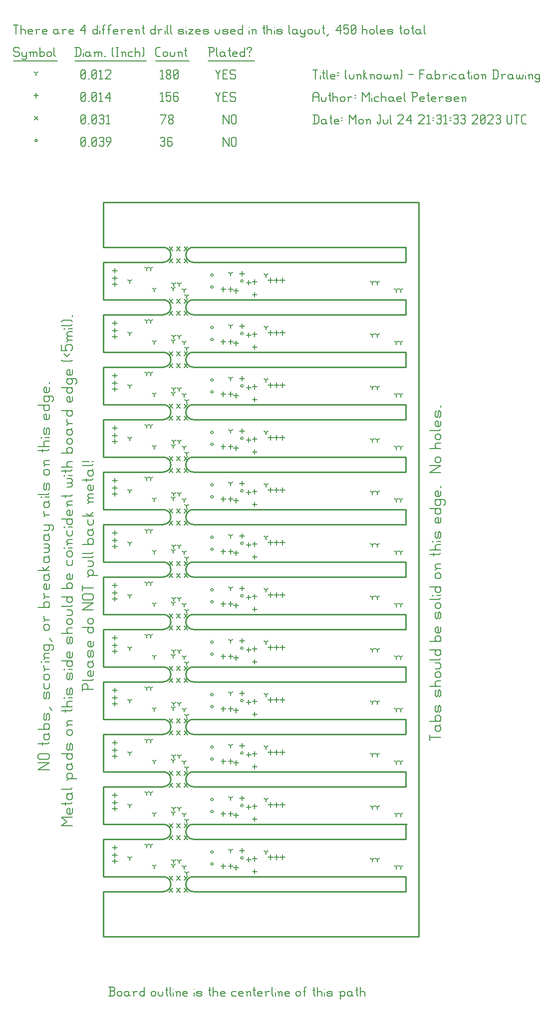
<source format=gbr>
G04 start of page 13 for group -3984 idx -3984 *
G04 Title: (unknown), fab *
G04 Creator: pcb 4.0.2 *
G04 CreationDate: Mon Jul 24 21:31:33 2023 UTC *
G04 For: railfan *
G04 Format: Gerber/RS-274X *
G04 PCB-Dimensions (mil): 3000.00 5500.00 *
G04 PCB-Coordinate-Origin: lower left *
%MOIN*%
%FSLAX25Y25*%
%LNFAB*%
%ADD61C,0.0093*%
%ADD60C,0.0074*%
%ADD59C,0.0100*%
%ADD58C,0.0075*%
%ADD57C,0.0060*%
%ADD56R,0.0080X0.0080*%
G54D56*X151700Y467500D02*G75*G03X153300Y467500I800J0D01*G01*
G75*G03X151700Y467500I-800J0D01*G01*
X131700Y471500D02*G75*G03X133300Y471500I800J0D01*G01*
G75*G03X131700Y471500I-800J0D01*G01*
Y463500D02*G75*G03X133300Y463500I800J0D01*G01*
G75*G03X131700Y463500I-800J0D01*G01*
X151700Y432500D02*G75*G03X153300Y432500I800J0D01*G01*
G75*G03X151700Y432500I-800J0D01*G01*
X131700Y436500D02*G75*G03X133300Y436500I800J0D01*G01*
G75*G03X131700Y436500I-800J0D01*G01*
Y428500D02*G75*G03X133300Y428500I800J0D01*G01*
G75*G03X131700Y428500I-800J0D01*G01*
X151700Y397500D02*G75*G03X153300Y397500I800J0D01*G01*
G75*G03X151700Y397500I-800J0D01*G01*
X131700Y401500D02*G75*G03X133300Y401500I800J0D01*G01*
G75*G03X131700Y401500I-800J0D01*G01*
Y393500D02*G75*G03X133300Y393500I800J0D01*G01*
G75*G03X131700Y393500I-800J0D01*G01*
X151700Y362500D02*G75*G03X153300Y362500I800J0D01*G01*
G75*G03X151700Y362500I-800J0D01*G01*
X131700Y366500D02*G75*G03X133300Y366500I800J0D01*G01*
G75*G03X131700Y366500I-800J0D01*G01*
Y358500D02*G75*G03X133300Y358500I800J0D01*G01*
G75*G03X131700Y358500I-800J0D01*G01*
X151700Y327500D02*G75*G03X153300Y327500I800J0D01*G01*
G75*G03X151700Y327500I-800J0D01*G01*
X131700Y331500D02*G75*G03X133300Y331500I800J0D01*G01*
G75*G03X131700Y331500I-800J0D01*G01*
Y323500D02*G75*G03X133300Y323500I800J0D01*G01*
G75*G03X131700Y323500I-800J0D01*G01*
X151700Y292500D02*G75*G03X153300Y292500I800J0D01*G01*
G75*G03X151700Y292500I-800J0D01*G01*
X131700Y296500D02*G75*G03X133300Y296500I800J0D01*G01*
G75*G03X131700Y296500I-800J0D01*G01*
Y288500D02*G75*G03X133300Y288500I800J0D01*G01*
G75*G03X131700Y288500I-800J0D01*G01*
X151700Y257500D02*G75*G03X153300Y257500I800J0D01*G01*
G75*G03X151700Y257500I-800J0D01*G01*
X131700Y261500D02*G75*G03X133300Y261500I800J0D01*G01*
G75*G03X131700Y261500I-800J0D01*G01*
Y253500D02*G75*G03X133300Y253500I800J0D01*G01*
G75*G03X131700Y253500I-800J0D01*G01*
X151700Y222500D02*G75*G03X153300Y222500I800J0D01*G01*
G75*G03X151700Y222500I-800J0D01*G01*
X131700Y226500D02*G75*G03X133300Y226500I800J0D01*G01*
G75*G03X131700Y226500I-800J0D01*G01*
Y218500D02*G75*G03X133300Y218500I800J0D01*G01*
G75*G03X131700Y218500I-800J0D01*G01*
X151700Y187500D02*G75*G03X153300Y187500I800J0D01*G01*
G75*G03X151700Y187500I-800J0D01*G01*
X131700Y191500D02*G75*G03X133300Y191500I800J0D01*G01*
G75*G03X131700Y191500I-800J0D01*G01*
Y183500D02*G75*G03X133300Y183500I800J0D01*G01*
G75*G03X131700Y183500I-800J0D01*G01*
X151700Y152500D02*G75*G03X153300Y152500I800J0D01*G01*
G75*G03X151700Y152500I-800J0D01*G01*
X131700Y156500D02*G75*G03X133300Y156500I800J0D01*G01*
G75*G03X131700Y156500I-800J0D01*G01*
Y148500D02*G75*G03X133300Y148500I800J0D01*G01*
G75*G03X131700Y148500I-800J0D01*G01*
X151700Y117500D02*G75*G03X153300Y117500I800J0D01*G01*
G75*G03X151700Y117500I-800J0D01*G01*
X131700Y121500D02*G75*G03X133300Y121500I800J0D01*G01*
G75*G03X131700Y121500I-800J0D01*G01*
Y113500D02*G75*G03X133300Y113500I800J0D01*G01*
G75*G03X131700Y113500I-800J0D01*G01*
X151700Y82500D02*G75*G03X153300Y82500I800J0D01*G01*
G75*G03X151700Y82500I-800J0D01*G01*
X131700Y86500D02*G75*G03X133300Y86500I800J0D01*G01*
G75*G03X131700Y86500I-800J0D01*G01*
Y78500D02*G75*G03X133300Y78500I800J0D01*G01*
G75*G03X131700Y78500I-800J0D01*G01*
X14200Y561250D02*G75*G03X15800Y561250I800J0D01*G01*
G75*G03X14200Y561250I-800J0D01*G01*
G54D57*X140000Y563500D02*Y557500D01*
Y563500D02*X143750Y557500D01*
Y563500D02*Y557500D01*
X145550Y562750D02*Y558250D01*
Y562750D02*X146300Y563500D01*
X147800D01*
X148550Y562750D01*
Y558250D01*
X147800Y557500D02*X148550Y558250D01*
X146300Y557500D02*X147800D01*
X145550Y558250D02*X146300Y557500D01*
X98000Y562750D02*X98750Y563500D01*
X100250D01*
X101000Y562750D01*
X100250Y557500D02*X101000Y558250D01*
X98750Y557500D02*X100250D01*
X98000Y558250D02*X98750Y557500D01*
Y560800D02*X100250D01*
X101000Y562750D02*Y561550D01*
Y560050D02*Y558250D01*
Y560050D02*X100250Y560800D01*
X101000Y561550D02*X100250Y560800D01*
X105050Y563500D02*X105800Y562750D01*
X103550Y563500D02*X105050D01*
X102800Y562750D02*X103550Y563500D01*
X102800Y562750D02*Y558250D01*
X103550Y557500D01*
X105050Y560800D02*X105800Y560050D01*
X102800Y560800D02*X105050D01*
X103550Y557500D02*X105050D01*
X105800Y558250D01*
Y560050D02*Y558250D01*
X45000D02*X45750Y557500D01*
X45000Y562750D02*Y558250D01*
Y562750D02*X45750Y563500D01*
X47250D01*
X48000Y562750D01*
Y558250D01*
X47250Y557500D02*X48000Y558250D01*
X45750Y557500D02*X47250D01*
X45000Y559000D02*X48000Y562000D01*
X49800Y557500D02*X50550D01*
X52350Y558250D02*X53100Y557500D01*
X52350Y562750D02*Y558250D01*
Y562750D02*X53100Y563500D01*
X54600D01*
X55350Y562750D01*
Y558250D01*
X54600Y557500D02*X55350Y558250D01*
X53100Y557500D02*X54600D01*
X52350Y559000D02*X55350Y562000D01*
X57150Y562750D02*X57900Y563500D01*
X59400D01*
X60150Y562750D01*
X59400Y557500D02*X60150Y558250D01*
X57900Y557500D02*X59400D01*
X57150Y558250D02*X57900Y557500D01*
Y560800D02*X59400D01*
X60150Y562750D02*Y561550D01*
Y560050D02*Y558250D01*
Y560050D02*X59400Y560800D01*
X60150Y561550D02*X59400Y560800D01*
X62700Y557500D02*X64950Y560500D01*
Y562750D02*Y560500D01*
X64200Y563500D02*X64950Y562750D01*
X62700Y563500D02*X64200D01*
X61950Y562750D02*X62700Y563500D01*
X61950Y562750D02*Y561250D01*
X62700Y560500D01*
X64950D01*
X103800Y420200D02*X106200Y417800D01*
X103800D02*X106200Y420200D01*
X108800D02*X111200Y417800D01*
X108800D02*X111200Y420200D01*
X113800D02*X116200Y417800D01*
X113800D02*X116200Y420200D01*
X113800Y447200D02*X116200Y444800D01*
X113800D02*X116200Y447200D01*
X103800D02*X106200Y444800D01*
X103800D02*X106200Y447200D01*
X108800D02*X111200Y444800D01*
X108800D02*X111200Y447200D01*
X113800Y455200D02*X116200Y452800D01*
X113800D02*X116200Y455200D01*
X108800D02*X111200Y452800D01*
X108800D02*X111200Y455200D01*
X103800D02*X106200Y452800D01*
X103800D02*X106200Y455200D01*
X113800Y412200D02*X116200Y409800D01*
X113800D02*X116200Y412200D01*
X103800D02*X106200Y409800D01*
X103800D02*X106200Y412200D01*
X108800D02*X111200Y409800D01*
X108800D02*X111200Y412200D01*
X113800Y377200D02*X116200Y374800D01*
X113800D02*X116200Y377200D01*
X103800D02*X106200Y374800D01*
X103800D02*X106200Y377200D01*
X108800D02*X111200Y374800D01*
X108800D02*X111200Y377200D01*
X113800Y385200D02*X116200Y382800D01*
X113800D02*X116200Y385200D01*
X108800D02*X111200Y382800D01*
X108800D02*X111200Y385200D01*
X103800D02*X106200Y382800D01*
X103800D02*X106200Y385200D01*
X113800Y342200D02*X116200Y339800D01*
X113800D02*X116200Y342200D01*
X103800D02*X106200Y339800D01*
X103800D02*X106200Y342200D01*
X108800D02*X111200Y339800D01*
X108800D02*X111200Y342200D01*
X113800Y350200D02*X116200Y347800D01*
X113800D02*X116200Y350200D01*
X108800D02*X111200Y347800D01*
X108800D02*X111200Y350200D01*
X103800D02*X106200Y347800D01*
X103800D02*X106200Y350200D01*
X113800Y307200D02*X116200Y304800D01*
X113800D02*X116200Y307200D01*
X103800D02*X106200Y304800D01*
X103800D02*X106200Y307200D01*
X108800D02*X111200Y304800D01*
X108800D02*X111200Y307200D01*
X113800Y315200D02*X116200Y312800D01*
X113800D02*X116200Y315200D01*
X108800D02*X111200Y312800D01*
X108800D02*X111200Y315200D01*
X103800D02*X106200Y312800D01*
X103800D02*X106200Y315200D01*
X113800Y272200D02*X116200Y269800D01*
X113800D02*X116200Y272200D01*
X103800D02*X106200Y269800D01*
X103800D02*X106200Y272200D01*
X108800D02*X111200Y269800D01*
X108800D02*X111200Y272200D01*
X113800Y280200D02*X116200Y277800D01*
X113800D02*X116200Y280200D01*
X108800D02*X111200Y277800D01*
X108800D02*X111200Y280200D01*
X103800D02*X106200Y277800D01*
X103800D02*X106200Y280200D01*
X113800Y237200D02*X116200Y234800D01*
X113800D02*X116200Y237200D01*
X103800D02*X106200Y234800D01*
X103800D02*X106200Y237200D01*
X108800D02*X111200Y234800D01*
X108800D02*X111200Y237200D01*
X113800Y245200D02*X116200Y242800D01*
X113800D02*X116200Y245200D01*
X108800D02*X111200Y242800D01*
X108800D02*X111200Y245200D01*
X103800D02*X106200Y242800D01*
X103800D02*X106200Y245200D01*
X113800Y202200D02*X116200Y199800D01*
X113800D02*X116200Y202200D01*
X103800D02*X106200Y199800D01*
X103800D02*X106200Y202200D01*
X108800D02*X111200Y199800D01*
X108800D02*X111200Y202200D01*
X113800Y210200D02*X116200Y207800D01*
X113800D02*X116200Y210200D01*
X108800D02*X111200Y207800D01*
X108800D02*X111200Y210200D01*
X103800D02*X106200Y207800D01*
X103800D02*X106200Y210200D01*
X113800Y167200D02*X116200Y164800D01*
X113800D02*X116200Y167200D01*
X103800D02*X106200Y164800D01*
X103800D02*X106200Y167200D01*
X108800D02*X111200Y164800D01*
X108800D02*X111200Y167200D01*
X113800Y175200D02*X116200Y172800D01*
X113800D02*X116200Y175200D01*
X108800D02*X111200Y172800D01*
X108800D02*X111200Y175200D01*
X103800D02*X106200Y172800D01*
X103800D02*X106200Y175200D01*
X113800Y132200D02*X116200Y129800D01*
X113800D02*X116200Y132200D01*
X103800D02*X106200Y129800D01*
X103800D02*X106200Y132200D01*
X108800D02*X111200Y129800D01*
X108800D02*X111200Y132200D01*
X113800Y140200D02*X116200Y137800D01*
X113800D02*X116200Y140200D01*
X108800D02*X111200Y137800D01*
X108800D02*X111200Y140200D01*
X103800D02*X106200Y137800D01*
X103800D02*X106200Y140200D01*
X113800Y97200D02*X116200Y94800D01*
X113800D02*X116200Y97200D01*
X103800D02*X106200Y94800D01*
X103800D02*X106200Y97200D01*
X108800D02*X111200Y94800D01*
X108800D02*X111200Y97200D01*
X113800Y105200D02*X116200Y102800D01*
X113800D02*X116200Y105200D01*
X108800D02*X111200Y102800D01*
X108800D02*X111200Y105200D01*
X103800D02*X106200Y102800D01*
X103800D02*X106200Y105200D01*
X113800Y482200D02*X116200Y479800D01*
X113800D02*X116200Y482200D01*
X103800D02*X106200Y479800D01*
X103800D02*X106200Y482200D01*
X108800D02*X111200Y479800D01*
X108800D02*X111200Y482200D01*
X113800Y490200D02*X116200Y487800D01*
X113800D02*X116200Y490200D01*
X108800D02*X111200Y487800D01*
X108800D02*X111200Y490200D01*
X103800D02*X106200Y487800D01*
X103800D02*X106200Y490200D01*
X113800Y70200D02*X116200Y67800D01*
X113800D02*X116200Y70200D01*
X103800D02*X106200Y67800D01*
X103800D02*X106200Y70200D01*
X108800D02*X111200Y67800D01*
X108800D02*X111200Y70200D01*
X113800Y62200D02*X116200Y59800D01*
X113800D02*X116200Y62200D01*
X108800D02*X111200Y59800D01*
X108800D02*X111200Y62200D01*
X103800D02*X106200Y59800D01*
X103800D02*X106200Y62200D01*
X13800Y577450D02*X16200Y575050D01*
X13800D02*X16200Y577450D01*
X140000Y578500D02*Y572500D01*
Y578500D02*X143750Y572500D01*
Y578500D02*Y572500D01*
X145550Y577750D02*Y573250D01*
Y577750D02*X146300Y578500D01*
X147800D01*
X148550Y577750D01*
Y573250D01*
X147800Y572500D02*X148550Y573250D01*
X146300Y572500D02*X147800D01*
X145550Y573250D02*X146300Y572500D01*
X98750D02*X101750Y578500D01*
X98000D02*X101750D01*
X103550Y573250D02*X104300Y572500D01*
X103550Y574450D02*Y573250D01*
Y574450D02*X104600Y575500D01*
X105500D01*
X106550Y574450D01*
Y573250D01*
X105800Y572500D02*X106550Y573250D01*
X104300Y572500D02*X105800D01*
X103550Y576550D02*X104600Y575500D01*
X103550Y577750D02*Y576550D01*
Y577750D02*X104300Y578500D01*
X105800D01*
X106550Y577750D01*
Y576550D01*
X105500Y575500D02*X106550Y576550D01*
X45000Y573250D02*X45750Y572500D01*
X45000Y577750D02*Y573250D01*
Y577750D02*X45750Y578500D01*
X47250D01*
X48000Y577750D01*
Y573250D01*
X47250Y572500D02*X48000Y573250D01*
X45750Y572500D02*X47250D01*
X45000Y574000D02*X48000Y577000D01*
X49800Y572500D02*X50550D01*
X52350Y573250D02*X53100Y572500D01*
X52350Y577750D02*Y573250D01*
Y577750D02*X53100Y578500D01*
X54600D01*
X55350Y577750D01*
Y573250D01*
X54600Y572500D02*X55350Y573250D01*
X53100Y572500D02*X54600D01*
X52350Y574000D02*X55350Y577000D01*
X57150Y577750D02*X57900Y578500D01*
X59400D01*
X60150Y577750D01*
X59400Y572500D02*X60150Y573250D01*
X57900Y572500D02*X59400D01*
X57150Y573250D02*X57900Y572500D01*
Y575800D02*X59400D01*
X60150Y577750D02*Y576550D01*
Y575050D02*Y573250D01*
Y575050D02*X59400Y575800D01*
X60150Y576550D02*X59400Y575800D01*
X61950Y577300D02*X63150Y578500D01*
Y572500D01*
X61950D02*X64200D01*
X67500Y476100D02*Y472900D01*
X65900Y474500D02*X69100D01*
X67500Y467100D02*Y463900D01*
X65900Y465500D02*X69100D01*
X67500Y471100D02*Y467900D01*
X65900Y469500D02*X69100D01*
X145000Y463600D02*Y460400D01*
X143400Y462000D02*X146600D01*
X148500Y462600D02*Y459400D01*
X146900Y461000D02*X150100D01*
X161000Y460100D02*Y456900D01*
X159400Y458500D02*X162600D01*
X161000Y468600D02*Y465400D01*
X159400Y467000D02*X162600D01*
X157000Y468100D02*Y464900D01*
X155400Y466500D02*X158600D01*
X152500Y474100D02*Y470900D01*
X150900Y472500D02*X154100D01*
X175500Y469600D02*Y466400D01*
X173900Y468000D02*X177100D01*
X179500Y469600D02*Y466400D01*
X177900Y468000D02*X181100D01*
X171500Y469600D02*Y466400D01*
X169900Y468000D02*X173100D01*
X140000Y463600D02*Y460400D01*
X138400Y462000D02*X141600D01*
X67500Y441100D02*Y437900D01*
X65900Y439500D02*X69100D01*
X67500Y432100D02*Y428900D01*
X65900Y430500D02*X69100D01*
X67500Y436100D02*Y432900D01*
X65900Y434500D02*X69100D01*
X145000Y428600D02*Y425400D01*
X143400Y427000D02*X146600D01*
X148500Y427600D02*Y424400D01*
X146900Y426000D02*X150100D01*
X161000Y425100D02*Y421900D01*
X159400Y423500D02*X162600D01*
X161000Y433600D02*Y430400D01*
X159400Y432000D02*X162600D01*
X157000Y433100D02*Y429900D01*
X155400Y431500D02*X158600D01*
X152500Y439100D02*Y435900D01*
X150900Y437500D02*X154100D01*
X175500Y434600D02*Y431400D01*
X173900Y433000D02*X177100D01*
X179500Y434600D02*Y431400D01*
X177900Y433000D02*X181100D01*
X171500Y434600D02*Y431400D01*
X169900Y433000D02*X173100D01*
X140000Y428600D02*Y425400D01*
X138400Y427000D02*X141600D01*
X67500Y406100D02*Y402900D01*
X65900Y404500D02*X69100D01*
X67500Y397100D02*Y393900D01*
X65900Y395500D02*X69100D01*
X67500Y401100D02*Y397900D01*
X65900Y399500D02*X69100D01*
X145000Y393600D02*Y390400D01*
X143400Y392000D02*X146600D01*
X148500Y392600D02*Y389400D01*
X146900Y391000D02*X150100D01*
X161000Y390100D02*Y386900D01*
X159400Y388500D02*X162600D01*
X161000Y398600D02*Y395400D01*
X159400Y397000D02*X162600D01*
X157000Y398100D02*Y394900D01*
X155400Y396500D02*X158600D01*
X152500Y404100D02*Y400900D01*
X150900Y402500D02*X154100D01*
X175500Y399600D02*Y396400D01*
X173900Y398000D02*X177100D01*
X179500Y399600D02*Y396400D01*
X177900Y398000D02*X181100D01*
X171500Y399600D02*Y396400D01*
X169900Y398000D02*X173100D01*
X140000Y393600D02*Y390400D01*
X138400Y392000D02*X141600D01*
X67500Y371100D02*Y367900D01*
X65900Y369500D02*X69100D01*
X67500Y362100D02*Y358900D01*
X65900Y360500D02*X69100D01*
X67500Y366100D02*Y362900D01*
X65900Y364500D02*X69100D01*
X145000Y358600D02*Y355400D01*
X143400Y357000D02*X146600D01*
X148500Y357600D02*Y354400D01*
X146900Y356000D02*X150100D01*
X161000Y355100D02*Y351900D01*
X159400Y353500D02*X162600D01*
X161000Y363600D02*Y360400D01*
X159400Y362000D02*X162600D01*
X157000Y363100D02*Y359900D01*
X155400Y361500D02*X158600D01*
X152500Y369100D02*Y365900D01*
X150900Y367500D02*X154100D01*
X175500Y364600D02*Y361400D01*
X173900Y363000D02*X177100D01*
X179500Y364600D02*Y361400D01*
X177900Y363000D02*X181100D01*
X171500Y364600D02*Y361400D01*
X169900Y363000D02*X173100D01*
X140000Y358600D02*Y355400D01*
X138400Y357000D02*X141600D01*
X67500Y336100D02*Y332900D01*
X65900Y334500D02*X69100D01*
X67500Y327100D02*Y323900D01*
X65900Y325500D02*X69100D01*
X67500Y331100D02*Y327900D01*
X65900Y329500D02*X69100D01*
X145000Y323600D02*Y320400D01*
X143400Y322000D02*X146600D01*
X148500Y322600D02*Y319400D01*
X146900Y321000D02*X150100D01*
X161000Y320100D02*Y316900D01*
X159400Y318500D02*X162600D01*
X161000Y328600D02*Y325400D01*
X159400Y327000D02*X162600D01*
X157000Y328100D02*Y324900D01*
X155400Y326500D02*X158600D01*
X152500Y334100D02*Y330900D01*
X150900Y332500D02*X154100D01*
X175500Y329600D02*Y326400D01*
X173900Y328000D02*X177100D01*
X179500Y329600D02*Y326400D01*
X177900Y328000D02*X181100D01*
X171500Y329600D02*Y326400D01*
X169900Y328000D02*X173100D01*
X140000Y323600D02*Y320400D01*
X138400Y322000D02*X141600D01*
X67500Y301100D02*Y297900D01*
X65900Y299500D02*X69100D01*
X67500Y292100D02*Y288900D01*
X65900Y290500D02*X69100D01*
X67500Y296100D02*Y292900D01*
X65900Y294500D02*X69100D01*
X145000Y288600D02*Y285400D01*
X143400Y287000D02*X146600D01*
X148500Y287600D02*Y284400D01*
X146900Y286000D02*X150100D01*
X161000Y285100D02*Y281900D01*
X159400Y283500D02*X162600D01*
X161000Y293600D02*Y290400D01*
X159400Y292000D02*X162600D01*
X157000Y293100D02*Y289900D01*
X155400Y291500D02*X158600D01*
X152500Y299100D02*Y295900D01*
X150900Y297500D02*X154100D01*
X175500Y294600D02*Y291400D01*
X173900Y293000D02*X177100D01*
X179500Y294600D02*Y291400D01*
X177900Y293000D02*X181100D01*
X171500Y294600D02*Y291400D01*
X169900Y293000D02*X173100D01*
X140000Y288600D02*Y285400D01*
X138400Y287000D02*X141600D01*
X67500Y266100D02*Y262900D01*
X65900Y264500D02*X69100D01*
X67500Y257100D02*Y253900D01*
X65900Y255500D02*X69100D01*
X67500Y261100D02*Y257900D01*
X65900Y259500D02*X69100D01*
X145000Y253600D02*Y250400D01*
X143400Y252000D02*X146600D01*
X148500Y252600D02*Y249400D01*
X146900Y251000D02*X150100D01*
X161000Y250100D02*Y246900D01*
X159400Y248500D02*X162600D01*
X161000Y258600D02*Y255400D01*
X159400Y257000D02*X162600D01*
X157000Y258100D02*Y254900D01*
X155400Y256500D02*X158600D01*
X152500Y264100D02*Y260900D01*
X150900Y262500D02*X154100D01*
X175500Y259600D02*Y256400D01*
X173900Y258000D02*X177100D01*
X179500Y259600D02*Y256400D01*
X177900Y258000D02*X181100D01*
X171500Y259600D02*Y256400D01*
X169900Y258000D02*X173100D01*
X140000Y253600D02*Y250400D01*
X138400Y252000D02*X141600D01*
X67500Y231100D02*Y227900D01*
X65900Y229500D02*X69100D01*
X67500Y222100D02*Y218900D01*
X65900Y220500D02*X69100D01*
X67500Y226100D02*Y222900D01*
X65900Y224500D02*X69100D01*
X145000Y218600D02*Y215400D01*
X143400Y217000D02*X146600D01*
X148500Y217600D02*Y214400D01*
X146900Y216000D02*X150100D01*
X161000Y215100D02*Y211900D01*
X159400Y213500D02*X162600D01*
X161000Y223600D02*Y220400D01*
X159400Y222000D02*X162600D01*
X157000Y223100D02*Y219900D01*
X155400Y221500D02*X158600D01*
X152500Y229100D02*Y225900D01*
X150900Y227500D02*X154100D01*
X175500Y224600D02*Y221400D01*
X173900Y223000D02*X177100D01*
X179500Y224600D02*Y221400D01*
X177900Y223000D02*X181100D01*
X171500Y224600D02*Y221400D01*
X169900Y223000D02*X173100D01*
X140000Y218600D02*Y215400D01*
X138400Y217000D02*X141600D01*
X67500Y196100D02*Y192900D01*
X65900Y194500D02*X69100D01*
X67500Y187100D02*Y183900D01*
X65900Y185500D02*X69100D01*
X67500Y191100D02*Y187900D01*
X65900Y189500D02*X69100D01*
X145000Y183600D02*Y180400D01*
X143400Y182000D02*X146600D01*
X148500Y182600D02*Y179400D01*
X146900Y181000D02*X150100D01*
X161000Y180100D02*Y176900D01*
X159400Y178500D02*X162600D01*
X161000Y188600D02*Y185400D01*
X159400Y187000D02*X162600D01*
X157000Y188100D02*Y184900D01*
X155400Y186500D02*X158600D01*
X152500Y194100D02*Y190900D01*
X150900Y192500D02*X154100D01*
X175500Y189600D02*Y186400D01*
X173900Y188000D02*X177100D01*
X179500Y189600D02*Y186400D01*
X177900Y188000D02*X181100D01*
X171500Y189600D02*Y186400D01*
X169900Y188000D02*X173100D01*
X140000Y183600D02*Y180400D01*
X138400Y182000D02*X141600D01*
X67500Y161100D02*Y157900D01*
X65900Y159500D02*X69100D01*
X67500Y152100D02*Y148900D01*
X65900Y150500D02*X69100D01*
X67500Y156100D02*Y152900D01*
X65900Y154500D02*X69100D01*
X145000Y148600D02*Y145400D01*
X143400Y147000D02*X146600D01*
X148500Y147600D02*Y144400D01*
X146900Y146000D02*X150100D01*
X161000Y145100D02*Y141900D01*
X159400Y143500D02*X162600D01*
X161000Y153600D02*Y150400D01*
X159400Y152000D02*X162600D01*
X157000Y153100D02*Y149900D01*
X155400Y151500D02*X158600D01*
X152500Y159100D02*Y155900D01*
X150900Y157500D02*X154100D01*
X175500Y154600D02*Y151400D01*
X173900Y153000D02*X177100D01*
X179500Y154600D02*Y151400D01*
X177900Y153000D02*X181100D01*
X171500Y154600D02*Y151400D01*
X169900Y153000D02*X173100D01*
X140000Y148600D02*Y145400D01*
X138400Y147000D02*X141600D01*
X67500Y126100D02*Y122900D01*
X65900Y124500D02*X69100D01*
X67500Y117100D02*Y113900D01*
X65900Y115500D02*X69100D01*
X67500Y121100D02*Y117900D01*
X65900Y119500D02*X69100D01*
X145000Y113600D02*Y110400D01*
X143400Y112000D02*X146600D01*
X148500Y112600D02*Y109400D01*
X146900Y111000D02*X150100D01*
X161000Y110100D02*Y106900D01*
X159400Y108500D02*X162600D01*
X161000Y118600D02*Y115400D01*
X159400Y117000D02*X162600D01*
X157000Y118100D02*Y114900D01*
X155400Y116500D02*X158600D01*
X152500Y124100D02*Y120900D01*
X150900Y122500D02*X154100D01*
X175500Y119600D02*Y116400D01*
X173900Y118000D02*X177100D01*
X179500Y119600D02*Y116400D01*
X177900Y118000D02*X181100D01*
X171500Y119600D02*Y116400D01*
X169900Y118000D02*X173100D01*
X140000Y113600D02*Y110400D01*
X138400Y112000D02*X141600D01*
X67500Y91100D02*Y87900D01*
X65900Y89500D02*X69100D01*
X67500Y82100D02*Y78900D01*
X65900Y80500D02*X69100D01*
X67500Y86100D02*Y82900D01*
X65900Y84500D02*X69100D01*
X145000Y78600D02*Y75400D01*
X143400Y77000D02*X146600D01*
X148500Y77600D02*Y74400D01*
X146900Y76000D02*X150100D01*
X161000Y75100D02*Y71900D01*
X159400Y73500D02*X162600D01*
X161000Y83600D02*Y80400D01*
X159400Y82000D02*X162600D01*
X157000Y83100D02*Y79900D01*
X155400Y81500D02*X158600D01*
X152500Y89100D02*Y85900D01*
X150900Y87500D02*X154100D01*
X175500Y84600D02*Y81400D01*
X173900Y83000D02*X177100D01*
X179500Y84600D02*Y81400D01*
X177900Y83000D02*X181100D01*
X171500Y84600D02*Y81400D01*
X169900Y83000D02*X173100D01*
X140000Y78600D02*Y75400D01*
X138400Y77000D02*X141600D01*
X15000Y592850D02*Y589650D01*
X13400Y591250D02*X16600D01*
X135000Y593500D02*X136500Y590500D01*
X138000Y593500D01*
X136500Y590500D02*Y587500D01*
X139800Y590800D02*X142050D01*
X139800Y587500D02*X142800D01*
X139800Y593500D02*Y587500D01*
Y593500D02*X142800D01*
X147600D02*X148350Y592750D01*
X145350Y593500D02*X147600D01*
X144600Y592750D02*X145350Y593500D01*
X144600Y592750D02*Y591250D01*
X145350Y590500D01*
X147600D01*
X148350Y589750D01*
Y588250D01*
X147600Y587500D02*X148350Y588250D01*
X145350Y587500D02*X147600D01*
X144600Y588250D02*X145350Y587500D01*
X98000Y592300D02*X99200Y593500D01*
Y587500D01*
X98000D02*X100250D01*
X102050Y593500D02*X105050D01*
X102050D02*Y590500D01*
X102800Y591250D01*
X104300D01*
X105050Y590500D01*
Y588250D01*
X104300Y587500D02*X105050Y588250D01*
X102800Y587500D02*X104300D01*
X102050Y588250D02*X102800Y587500D01*
X109100Y593500D02*X109850Y592750D01*
X107600Y593500D02*X109100D01*
X106850Y592750D02*X107600Y593500D01*
X106850Y592750D02*Y588250D01*
X107600Y587500D01*
X109100Y590800D02*X109850Y590050D01*
X106850Y590800D02*X109100D01*
X107600Y587500D02*X109100D01*
X109850Y588250D01*
Y590050D02*Y588250D01*
X45000D02*X45750Y587500D01*
X45000Y592750D02*Y588250D01*
Y592750D02*X45750Y593500D01*
X47250D01*
X48000Y592750D01*
Y588250D01*
X47250Y587500D02*X48000Y588250D01*
X45750Y587500D02*X47250D01*
X45000Y589000D02*X48000Y592000D01*
X49800Y587500D02*X50550D01*
X52350Y588250D02*X53100Y587500D01*
X52350Y592750D02*Y588250D01*
Y592750D02*X53100Y593500D01*
X54600D01*
X55350Y592750D01*
Y588250D01*
X54600Y587500D02*X55350Y588250D01*
X53100Y587500D02*X54600D01*
X52350Y589000D02*X55350Y592000D01*
X57150Y592300D02*X58350Y593500D01*
Y587500D01*
X57150D02*X59400D01*
X61200Y589750D02*X64200Y593500D01*
X61200Y589750D02*X64950D01*
X64200Y593500D02*Y587500D01*
X77500Y467500D02*Y465900D01*
Y467500D02*X78887Y468300D01*
X77500Y467500D02*X76113Y468300D01*
X89000Y476000D02*Y474400D01*
Y476000D02*X90387Y476800D01*
X89000Y476000D02*X87613Y476800D01*
X168500Y471500D02*Y469900D01*
Y471500D02*X169887Y472300D01*
X168500Y471500D02*X167113Y472300D01*
X255500Y461594D02*Y459994D01*
Y461594D02*X256887Y462394D01*
X255500Y461594D02*X254113Y462394D01*
X258500Y461594D02*Y459994D01*
Y461594D02*X259887Y462394D01*
X258500Y461594D02*X257113Y462394D01*
X243000Y466500D02*Y464900D01*
Y466500D02*X244387Y467300D01*
X243000Y466500D02*X241613Y467300D01*
X239500Y466500D02*Y464900D01*
Y466500D02*X240887Y467300D01*
X239500Y466500D02*X238113Y467300D01*
X145000Y472500D02*Y470900D01*
Y472500D02*X146387Y473300D01*
X145000Y472500D02*X143613Y473300D01*
X115500Y457500D02*Y455900D01*
Y457500D02*X116887Y458300D01*
X115500Y457500D02*X114113Y458300D01*
X114000Y461500D02*Y459900D01*
Y461500D02*X115387Y462300D01*
X114000Y461500D02*X112613Y462300D01*
X106500Y462500D02*Y460900D01*
Y462500D02*X107887Y463300D01*
X106500Y462500D02*X105113Y463300D01*
X107000Y465500D02*Y463900D01*
Y465500D02*X108387Y466300D01*
X107000Y465500D02*X105613Y466300D01*
X110500Y465500D02*Y463900D01*
Y465500D02*X111887Y466300D01*
X110500Y465500D02*X109113Y466300D01*
X94000Y462000D02*Y460400D01*
Y462000D02*X95387Y462800D01*
X94000Y462000D02*X92613Y462800D01*
X91500Y476000D02*Y474400D01*
Y476000D02*X92887Y476800D01*
X91500Y476000D02*X90113Y476800D01*
X77500Y432500D02*Y430900D01*
Y432500D02*X78887Y433300D01*
X77500Y432500D02*X76113Y433300D01*
X89000Y441000D02*Y439400D01*
Y441000D02*X90387Y441800D01*
X89000Y441000D02*X87613Y441800D01*
X168500Y436500D02*Y434900D01*
Y436500D02*X169887Y437300D01*
X168500Y436500D02*X167113Y437300D01*
X255500Y426594D02*Y424994D01*
Y426594D02*X256887Y427394D01*
X255500Y426594D02*X254113Y427394D01*
X258500Y426594D02*Y424994D01*
Y426594D02*X259887Y427394D01*
X258500Y426594D02*X257113Y427394D01*
X243000Y431500D02*Y429900D01*
Y431500D02*X244387Y432300D01*
X243000Y431500D02*X241613Y432300D01*
X239500Y431500D02*Y429900D01*
Y431500D02*X240887Y432300D01*
X239500Y431500D02*X238113Y432300D01*
X145000Y437500D02*Y435900D01*
Y437500D02*X146387Y438300D01*
X145000Y437500D02*X143613Y438300D01*
X115500Y422500D02*Y420900D01*
Y422500D02*X116887Y423300D01*
X115500Y422500D02*X114113Y423300D01*
X114000Y426500D02*Y424900D01*
Y426500D02*X115387Y427300D01*
X114000Y426500D02*X112613Y427300D01*
X106500Y427500D02*Y425900D01*
Y427500D02*X107887Y428300D01*
X106500Y427500D02*X105113Y428300D01*
X107000Y430500D02*Y428900D01*
Y430500D02*X108387Y431300D01*
X107000Y430500D02*X105613Y431300D01*
X110500Y430500D02*Y428900D01*
Y430500D02*X111887Y431300D01*
X110500Y430500D02*X109113Y431300D01*
X94000Y427000D02*Y425400D01*
Y427000D02*X95387Y427800D01*
X94000Y427000D02*X92613Y427800D01*
X91500Y441000D02*Y439400D01*
Y441000D02*X92887Y441800D01*
X91500Y441000D02*X90113Y441800D01*
X77500Y397500D02*Y395900D01*
Y397500D02*X78887Y398300D01*
X77500Y397500D02*X76113Y398300D01*
X89000Y406000D02*Y404400D01*
Y406000D02*X90387Y406800D01*
X89000Y406000D02*X87613Y406800D01*
X168500Y401500D02*Y399900D01*
Y401500D02*X169887Y402300D01*
X168500Y401500D02*X167113Y402300D01*
X255500Y391594D02*Y389994D01*
Y391594D02*X256887Y392394D01*
X255500Y391594D02*X254113Y392394D01*
X258500Y391594D02*Y389994D01*
Y391594D02*X259887Y392394D01*
X258500Y391594D02*X257113Y392394D01*
X243000Y396500D02*Y394900D01*
Y396500D02*X244387Y397300D01*
X243000Y396500D02*X241613Y397300D01*
X239500Y396500D02*Y394900D01*
Y396500D02*X240887Y397300D01*
X239500Y396500D02*X238113Y397300D01*
X145000Y402500D02*Y400900D01*
Y402500D02*X146387Y403300D01*
X145000Y402500D02*X143613Y403300D01*
X115500Y387500D02*Y385900D01*
Y387500D02*X116887Y388300D01*
X115500Y387500D02*X114113Y388300D01*
X114000Y391500D02*Y389900D01*
Y391500D02*X115387Y392300D01*
X114000Y391500D02*X112613Y392300D01*
X106500Y392500D02*Y390900D01*
Y392500D02*X107887Y393300D01*
X106500Y392500D02*X105113Y393300D01*
X107000Y395500D02*Y393900D01*
Y395500D02*X108387Y396300D01*
X107000Y395500D02*X105613Y396300D01*
X110500Y395500D02*Y393900D01*
Y395500D02*X111887Y396300D01*
X110500Y395500D02*X109113Y396300D01*
X94000Y392000D02*Y390400D01*
Y392000D02*X95387Y392800D01*
X94000Y392000D02*X92613Y392800D01*
X91500Y406000D02*Y404400D01*
Y406000D02*X92887Y406800D01*
X91500Y406000D02*X90113Y406800D01*
X77500Y362500D02*Y360900D01*
Y362500D02*X78887Y363300D01*
X77500Y362500D02*X76113Y363300D01*
X89000Y371000D02*Y369400D01*
Y371000D02*X90387Y371800D01*
X89000Y371000D02*X87613Y371800D01*
X168500Y366500D02*Y364900D01*
Y366500D02*X169887Y367300D01*
X168500Y366500D02*X167113Y367300D01*
X255500Y356594D02*Y354994D01*
Y356594D02*X256887Y357394D01*
X255500Y356594D02*X254113Y357394D01*
X258500Y356594D02*Y354994D01*
Y356594D02*X259887Y357394D01*
X258500Y356594D02*X257113Y357394D01*
X243000Y361500D02*Y359900D01*
Y361500D02*X244387Y362300D01*
X243000Y361500D02*X241613Y362300D01*
X239500Y361500D02*Y359900D01*
Y361500D02*X240887Y362300D01*
X239500Y361500D02*X238113Y362300D01*
X145000Y367500D02*Y365900D01*
Y367500D02*X146387Y368300D01*
X145000Y367500D02*X143613Y368300D01*
X115500Y352500D02*Y350900D01*
Y352500D02*X116887Y353300D01*
X115500Y352500D02*X114113Y353300D01*
X114000Y356500D02*Y354900D01*
Y356500D02*X115387Y357300D01*
X114000Y356500D02*X112613Y357300D01*
X106500Y357500D02*Y355900D01*
Y357500D02*X107887Y358300D01*
X106500Y357500D02*X105113Y358300D01*
X107000Y360500D02*Y358900D01*
Y360500D02*X108387Y361300D01*
X107000Y360500D02*X105613Y361300D01*
X110500Y360500D02*Y358900D01*
Y360500D02*X111887Y361300D01*
X110500Y360500D02*X109113Y361300D01*
X94000Y357000D02*Y355400D01*
Y357000D02*X95387Y357800D01*
X94000Y357000D02*X92613Y357800D01*
X91500Y371000D02*Y369400D01*
Y371000D02*X92887Y371800D01*
X91500Y371000D02*X90113Y371800D01*
X77500Y327500D02*Y325900D01*
Y327500D02*X78887Y328300D01*
X77500Y327500D02*X76113Y328300D01*
X89000Y336000D02*Y334400D01*
Y336000D02*X90387Y336800D01*
X89000Y336000D02*X87613Y336800D01*
X168500Y331500D02*Y329900D01*
Y331500D02*X169887Y332300D01*
X168500Y331500D02*X167113Y332300D01*
X255500Y321594D02*Y319994D01*
Y321594D02*X256887Y322394D01*
X255500Y321594D02*X254113Y322394D01*
X258500Y321594D02*Y319994D01*
Y321594D02*X259887Y322394D01*
X258500Y321594D02*X257113Y322394D01*
X243000Y326500D02*Y324900D01*
Y326500D02*X244387Y327300D01*
X243000Y326500D02*X241613Y327300D01*
X239500Y326500D02*Y324900D01*
Y326500D02*X240887Y327300D01*
X239500Y326500D02*X238113Y327300D01*
X145000Y332500D02*Y330900D01*
Y332500D02*X146387Y333300D01*
X145000Y332500D02*X143613Y333300D01*
X115500Y317500D02*Y315900D01*
Y317500D02*X116887Y318300D01*
X115500Y317500D02*X114113Y318300D01*
X114000Y321500D02*Y319900D01*
Y321500D02*X115387Y322300D01*
X114000Y321500D02*X112613Y322300D01*
X106500Y322500D02*Y320900D01*
Y322500D02*X107887Y323300D01*
X106500Y322500D02*X105113Y323300D01*
X107000Y325500D02*Y323900D01*
Y325500D02*X108387Y326300D01*
X107000Y325500D02*X105613Y326300D01*
X110500Y325500D02*Y323900D01*
Y325500D02*X111887Y326300D01*
X110500Y325500D02*X109113Y326300D01*
X94000Y322000D02*Y320400D01*
Y322000D02*X95387Y322800D01*
X94000Y322000D02*X92613Y322800D01*
X91500Y336000D02*Y334400D01*
Y336000D02*X92887Y336800D01*
X91500Y336000D02*X90113Y336800D01*
X77500Y292500D02*Y290900D01*
Y292500D02*X78887Y293300D01*
X77500Y292500D02*X76113Y293300D01*
X89000Y301000D02*Y299400D01*
Y301000D02*X90387Y301800D01*
X89000Y301000D02*X87613Y301800D01*
X168500Y296500D02*Y294900D01*
Y296500D02*X169887Y297300D01*
X168500Y296500D02*X167113Y297300D01*
X255500Y286594D02*Y284994D01*
Y286594D02*X256887Y287394D01*
X255500Y286594D02*X254113Y287394D01*
X258500Y286594D02*Y284994D01*
Y286594D02*X259887Y287394D01*
X258500Y286594D02*X257113Y287394D01*
X243000Y291500D02*Y289900D01*
Y291500D02*X244387Y292300D01*
X243000Y291500D02*X241613Y292300D01*
X239500Y291500D02*Y289900D01*
Y291500D02*X240887Y292300D01*
X239500Y291500D02*X238113Y292300D01*
X145000Y297500D02*Y295900D01*
Y297500D02*X146387Y298300D01*
X145000Y297500D02*X143613Y298300D01*
X115500Y282500D02*Y280900D01*
Y282500D02*X116887Y283300D01*
X115500Y282500D02*X114113Y283300D01*
X114000Y286500D02*Y284900D01*
Y286500D02*X115387Y287300D01*
X114000Y286500D02*X112613Y287300D01*
X106500Y287500D02*Y285900D01*
Y287500D02*X107887Y288300D01*
X106500Y287500D02*X105113Y288300D01*
X107000Y290500D02*Y288900D01*
Y290500D02*X108387Y291300D01*
X107000Y290500D02*X105613Y291300D01*
X110500Y290500D02*Y288900D01*
Y290500D02*X111887Y291300D01*
X110500Y290500D02*X109113Y291300D01*
X94000Y287000D02*Y285400D01*
Y287000D02*X95387Y287800D01*
X94000Y287000D02*X92613Y287800D01*
X91500Y301000D02*Y299400D01*
Y301000D02*X92887Y301800D01*
X91500Y301000D02*X90113Y301800D01*
X77500Y257500D02*Y255900D01*
Y257500D02*X78887Y258300D01*
X77500Y257500D02*X76113Y258300D01*
X89000Y266000D02*Y264400D01*
Y266000D02*X90387Y266800D01*
X89000Y266000D02*X87613Y266800D01*
X168500Y261500D02*Y259900D01*
Y261500D02*X169887Y262300D01*
X168500Y261500D02*X167113Y262300D01*
X255500Y251594D02*Y249994D01*
Y251594D02*X256887Y252394D01*
X255500Y251594D02*X254113Y252394D01*
X258500Y251594D02*Y249994D01*
Y251594D02*X259887Y252394D01*
X258500Y251594D02*X257113Y252394D01*
X243000Y256500D02*Y254900D01*
Y256500D02*X244387Y257300D01*
X243000Y256500D02*X241613Y257300D01*
X239500Y256500D02*Y254900D01*
Y256500D02*X240887Y257300D01*
X239500Y256500D02*X238113Y257300D01*
X145000Y262500D02*Y260900D01*
Y262500D02*X146387Y263300D01*
X145000Y262500D02*X143613Y263300D01*
X115500Y247500D02*Y245900D01*
Y247500D02*X116887Y248300D01*
X115500Y247500D02*X114113Y248300D01*
X114000Y251500D02*Y249900D01*
Y251500D02*X115387Y252300D01*
X114000Y251500D02*X112613Y252300D01*
X106500Y252500D02*Y250900D01*
Y252500D02*X107887Y253300D01*
X106500Y252500D02*X105113Y253300D01*
X107000Y255500D02*Y253900D01*
Y255500D02*X108387Y256300D01*
X107000Y255500D02*X105613Y256300D01*
X110500Y255500D02*Y253900D01*
Y255500D02*X111887Y256300D01*
X110500Y255500D02*X109113Y256300D01*
X94000Y252000D02*Y250400D01*
Y252000D02*X95387Y252800D01*
X94000Y252000D02*X92613Y252800D01*
X91500Y266000D02*Y264400D01*
Y266000D02*X92887Y266800D01*
X91500Y266000D02*X90113Y266800D01*
X77500Y222500D02*Y220900D01*
Y222500D02*X78887Y223300D01*
X77500Y222500D02*X76113Y223300D01*
X89000Y231000D02*Y229400D01*
Y231000D02*X90387Y231800D01*
X89000Y231000D02*X87613Y231800D01*
X168500Y226500D02*Y224900D01*
Y226500D02*X169887Y227300D01*
X168500Y226500D02*X167113Y227300D01*
X255500Y216594D02*Y214994D01*
Y216594D02*X256887Y217394D01*
X255500Y216594D02*X254113Y217394D01*
X258500Y216594D02*Y214994D01*
Y216594D02*X259887Y217394D01*
X258500Y216594D02*X257113Y217394D01*
X243000Y221500D02*Y219900D01*
Y221500D02*X244387Y222300D01*
X243000Y221500D02*X241613Y222300D01*
X239500Y221500D02*Y219900D01*
Y221500D02*X240887Y222300D01*
X239500Y221500D02*X238113Y222300D01*
X145000Y227500D02*Y225900D01*
Y227500D02*X146387Y228300D01*
X145000Y227500D02*X143613Y228300D01*
X115500Y212500D02*Y210900D01*
Y212500D02*X116887Y213300D01*
X115500Y212500D02*X114113Y213300D01*
X114000Y216500D02*Y214900D01*
Y216500D02*X115387Y217300D01*
X114000Y216500D02*X112613Y217300D01*
X106500Y217500D02*Y215900D01*
Y217500D02*X107887Y218300D01*
X106500Y217500D02*X105113Y218300D01*
X107000Y220500D02*Y218900D01*
Y220500D02*X108387Y221300D01*
X107000Y220500D02*X105613Y221300D01*
X110500Y220500D02*Y218900D01*
Y220500D02*X111887Y221300D01*
X110500Y220500D02*X109113Y221300D01*
X94000Y217000D02*Y215400D01*
Y217000D02*X95387Y217800D01*
X94000Y217000D02*X92613Y217800D01*
X91500Y231000D02*Y229400D01*
Y231000D02*X92887Y231800D01*
X91500Y231000D02*X90113Y231800D01*
X77500Y187500D02*Y185900D01*
Y187500D02*X78887Y188300D01*
X77500Y187500D02*X76113Y188300D01*
X89000Y196000D02*Y194400D01*
Y196000D02*X90387Y196800D01*
X89000Y196000D02*X87613Y196800D01*
X168500Y191500D02*Y189900D01*
Y191500D02*X169887Y192300D01*
X168500Y191500D02*X167113Y192300D01*
X255500Y181594D02*Y179994D01*
Y181594D02*X256887Y182394D01*
X255500Y181594D02*X254113Y182394D01*
X258500Y181594D02*Y179994D01*
Y181594D02*X259887Y182394D01*
X258500Y181594D02*X257113Y182394D01*
X243000Y186500D02*Y184900D01*
Y186500D02*X244387Y187300D01*
X243000Y186500D02*X241613Y187300D01*
X239500Y186500D02*Y184900D01*
Y186500D02*X240887Y187300D01*
X239500Y186500D02*X238113Y187300D01*
X145000Y192500D02*Y190900D01*
Y192500D02*X146387Y193300D01*
X145000Y192500D02*X143613Y193300D01*
X115500Y177500D02*Y175900D01*
Y177500D02*X116887Y178300D01*
X115500Y177500D02*X114113Y178300D01*
X114000Y181500D02*Y179900D01*
Y181500D02*X115387Y182300D01*
X114000Y181500D02*X112613Y182300D01*
X106500Y182500D02*Y180900D01*
Y182500D02*X107887Y183300D01*
X106500Y182500D02*X105113Y183300D01*
X107000Y185500D02*Y183900D01*
Y185500D02*X108387Y186300D01*
X107000Y185500D02*X105613Y186300D01*
X110500Y185500D02*Y183900D01*
Y185500D02*X111887Y186300D01*
X110500Y185500D02*X109113Y186300D01*
X94000Y182000D02*Y180400D01*
Y182000D02*X95387Y182800D01*
X94000Y182000D02*X92613Y182800D01*
X91500Y196000D02*Y194400D01*
Y196000D02*X92887Y196800D01*
X91500Y196000D02*X90113Y196800D01*
X77500Y152500D02*Y150900D01*
Y152500D02*X78887Y153300D01*
X77500Y152500D02*X76113Y153300D01*
X89000Y161000D02*Y159400D01*
Y161000D02*X90387Y161800D01*
X89000Y161000D02*X87613Y161800D01*
X168500Y156500D02*Y154900D01*
Y156500D02*X169887Y157300D01*
X168500Y156500D02*X167113Y157300D01*
X255500Y146594D02*Y144994D01*
Y146594D02*X256887Y147394D01*
X255500Y146594D02*X254113Y147394D01*
X258500Y146594D02*Y144994D01*
Y146594D02*X259887Y147394D01*
X258500Y146594D02*X257113Y147394D01*
X243000Y151500D02*Y149900D01*
Y151500D02*X244387Y152300D01*
X243000Y151500D02*X241613Y152300D01*
X239500Y151500D02*Y149900D01*
Y151500D02*X240887Y152300D01*
X239500Y151500D02*X238113Y152300D01*
X145000Y157500D02*Y155900D01*
Y157500D02*X146387Y158300D01*
X145000Y157500D02*X143613Y158300D01*
X115500Y142500D02*Y140900D01*
Y142500D02*X116887Y143300D01*
X115500Y142500D02*X114113Y143300D01*
X114000Y146500D02*Y144900D01*
Y146500D02*X115387Y147300D01*
X114000Y146500D02*X112613Y147300D01*
X106500Y147500D02*Y145900D01*
Y147500D02*X107887Y148300D01*
X106500Y147500D02*X105113Y148300D01*
X107000Y150500D02*Y148900D01*
Y150500D02*X108387Y151300D01*
X107000Y150500D02*X105613Y151300D01*
X110500Y150500D02*Y148900D01*
Y150500D02*X111887Y151300D01*
X110500Y150500D02*X109113Y151300D01*
X94000Y147000D02*Y145400D01*
Y147000D02*X95387Y147800D01*
X94000Y147000D02*X92613Y147800D01*
X91500Y161000D02*Y159400D01*
Y161000D02*X92887Y161800D01*
X91500Y161000D02*X90113Y161800D01*
X77500Y117500D02*Y115900D01*
Y117500D02*X78887Y118300D01*
X77500Y117500D02*X76113Y118300D01*
X89000Y126000D02*Y124400D01*
Y126000D02*X90387Y126800D01*
X89000Y126000D02*X87613Y126800D01*
X168500Y121500D02*Y119900D01*
Y121500D02*X169887Y122300D01*
X168500Y121500D02*X167113Y122300D01*
X255500Y111594D02*Y109994D01*
Y111594D02*X256887Y112394D01*
X255500Y111594D02*X254113Y112394D01*
X258500Y111594D02*Y109994D01*
Y111594D02*X259887Y112394D01*
X258500Y111594D02*X257113Y112394D01*
X243000Y116500D02*Y114900D01*
Y116500D02*X244387Y117300D01*
X243000Y116500D02*X241613Y117300D01*
X239500Y116500D02*Y114900D01*
Y116500D02*X240887Y117300D01*
X239500Y116500D02*X238113Y117300D01*
X145000Y122500D02*Y120900D01*
Y122500D02*X146387Y123300D01*
X145000Y122500D02*X143613Y123300D01*
X115500Y107500D02*Y105900D01*
Y107500D02*X116887Y108300D01*
X115500Y107500D02*X114113Y108300D01*
X114000Y111500D02*Y109900D01*
Y111500D02*X115387Y112300D01*
X114000Y111500D02*X112613Y112300D01*
X106500Y112500D02*Y110900D01*
Y112500D02*X107887Y113300D01*
X106500Y112500D02*X105113Y113300D01*
X107000Y115500D02*Y113900D01*
Y115500D02*X108387Y116300D01*
X107000Y115500D02*X105613Y116300D01*
X110500Y115500D02*Y113900D01*
Y115500D02*X111887Y116300D01*
X110500Y115500D02*X109113Y116300D01*
X94000Y112000D02*Y110400D01*
Y112000D02*X95387Y112800D01*
X94000Y112000D02*X92613Y112800D01*
X91500Y126000D02*Y124400D01*
Y126000D02*X92887Y126800D01*
X91500Y126000D02*X90113Y126800D01*
X77500Y82500D02*Y80900D01*
Y82500D02*X78887Y83300D01*
X77500Y82500D02*X76113Y83300D01*
X89000Y91000D02*Y89400D01*
Y91000D02*X90387Y91800D01*
X89000Y91000D02*X87613Y91800D01*
X168500Y86500D02*Y84900D01*
Y86500D02*X169887Y87300D01*
X168500Y86500D02*X167113Y87300D01*
X255500Y76594D02*Y74994D01*
Y76594D02*X256887Y77394D01*
X255500Y76594D02*X254113Y77394D01*
X258500Y76594D02*Y74994D01*
Y76594D02*X259887Y77394D01*
X258500Y76594D02*X257113Y77394D01*
X243000Y81500D02*Y79900D01*
Y81500D02*X244387Y82300D01*
X243000Y81500D02*X241613Y82300D01*
X239500Y81500D02*Y79900D01*
Y81500D02*X240887Y82300D01*
X239500Y81500D02*X238113Y82300D01*
X145000Y87500D02*Y85900D01*
Y87500D02*X146387Y88300D01*
X145000Y87500D02*X143613Y88300D01*
X115500Y72500D02*Y70900D01*
Y72500D02*X116887Y73300D01*
X115500Y72500D02*X114113Y73300D01*
X114000Y76500D02*Y74900D01*
Y76500D02*X115387Y77300D01*
X114000Y76500D02*X112613Y77300D01*
X106500Y77500D02*Y75900D01*
Y77500D02*X107887Y78300D01*
X106500Y77500D02*X105113Y78300D01*
X107000Y80500D02*Y78900D01*
Y80500D02*X108387Y81300D01*
X107000Y80500D02*X105613Y81300D01*
X110500Y80500D02*Y78900D01*
Y80500D02*X111887Y81300D01*
X110500Y80500D02*X109113Y81300D01*
X94000Y77000D02*Y75400D01*
Y77000D02*X95387Y77800D01*
X94000Y77000D02*X92613Y77800D01*
X91500Y91000D02*Y89400D01*
Y91000D02*X92887Y91800D01*
X91500Y91000D02*X90113Y91800D01*
X15000Y606250D02*Y604650D01*
Y606250D02*X16387Y607050D01*
X15000Y606250D02*X13613Y607050D01*
X135000Y608500D02*X136500Y605500D01*
X138000Y608500D01*
X136500Y605500D02*Y602500D01*
X139800Y605800D02*X142050D01*
X139800Y602500D02*X142800D01*
X139800Y608500D02*Y602500D01*
Y608500D02*X142800D01*
X147600D02*X148350Y607750D01*
X145350Y608500D02*X147600D01*
X144600Y607750D02*X145350Y608500D01*
X144600Y607750D02*Y606250D01*
X145350Y605500D01*
X147600D01*
X148350Y604750D01*
Y603250D01*
X147600Y602500D02*X148350Y603250D01*
X145350Y602500D02*X147600D01*
X144600Y603250D02*X145350Y602500D01*
X98000Y607300D02*X99200Y608500D01*
Y602500D01*
X98000D02*X100250D01*
X102050Y603250D02*X102800Y602500D01*
X102050Y604450D02*Y603250D01*
Y604450D02*X103100Y605500D01*
X104000D01*
X105050Y604450D01*
Y603250D01*
X104300Y602500D02*X105050Y603250D01*
X102800Y602500D02*X104300D01*
X102050Y606550D02*X103100Y605500D01*
X102050Y607750D02*Y606550D01*
Y607750D02*X102800Y608500D01*
X104300D01*
X105050Y607750D01*
Y606550D01*
X104000Y605500D02*X105050Y606550D01*
X106850Y603250D02*X107600Y602500D01*
X106850Y607750D02*Y603250D01*
Y607750D02*X107600Y608500D01*
X109100D01*
X109850Y607750D01*
Y603250D01*
X109100Y602500D02*X109850Y603250D01*
X107600Y602500D02*X109100D01*
X106850Y604000D02*X109850Y607000D01*
X45000Y603250D02*X45750Y602500D01*
X45000Y607750D02*Y603250D01*
Y607750D02*X45750Y608500D01*
X47250D01*
X48000Y607750D01*
Y603250D01*
X47250Y602500D02*X48000Y603250D01*
X45750Y602500D02*X47250D01*
X45000Y604000D02*X48000Y607000D01*
X49800Y602500D02*X50550D01*
X52350Y603250D02*X53100Y602500D01*
X52350Y607750D02*Y603250D01*
Y607750D02*X53100Y608500D01*
X54600D01*
X55350Y607750D01*
Y603250D01*
X54600Y602500D02*X55350Y603250D01*
X53100Y602500D02*X54600D01*
X52350Y604000D02*X55350Y607000D01*
X57150Y607300D02*X58350Y608500D01*
Y602500D01*
X57150D02*X59400D01*
X61200Y607750D02*X61950Y608500D01*
X64200D01*
X64950Y607750D01*
Y606250D01*
X61200Y602500D02*X64950Y606250D01*
X61200Y602500D02*X64950D01*
X3000Y623500D02*X3750Y622750D01*
X750Y623500D02*X3000D01*
X0Y622750D02*X750Y623500D01*
X0Y622750D02*Y621250D01*
X750Y620500D01*
X3000D01*
X3750Y619750D01*
Y618250D01*
X3000Y617500D02*X3750Y618250D01*
X750Y617500D02*X3000D01*
X0Y618250D02*X750Y617500D01*
X5550Y620500D02*Y618250D01*
X6300Y617500D01*
X8550Y620500D02*Y616000D01*
X7800Y615250D02*X8550Y616000D01*
X6300Y615250D02*X7800D01*
X5550Y616000D02*X6300Y615250D01*
Y617500D02*X7800D01*
X8550Y618250D01*
X11100Y619750D02*Y617500D01*
Y619750D02*X11850Y620500D01*
X12600D01*
X13350Y619750D01*
Y617500D01*
Y619750D02*X14100Y620500D01*
X14850D01*
X15600Y619750D01*
Y617500D01*
X10350Y620500D02*X11100Y619750D01*
X17400Y623500D02*Y617500D01*
Y618250D02*X18150Y617500D01*
X19650D01*
X20400Y618250D01*
Y619750D02*Y618250D01*
X19650Y620500D02*X20400Y619750D01*
X18150Y620500D02*X19650D01*
X17400Y619750D02*X18150Y620500D01*
X22200Y619750D02*Y618250D01*
Y619750D02*X22950Y620500D01*
X24450D01*
X25200Y619750D01*
Y618250D01*
X24450Y617500D02*X25200Y618250D01*
X22950Y617500D02*X24450D01*
X22200Y618250D02*X22950Y617500D01*
X27000Y623500D02*Y618250D01*
X27750Y617500D01*
X0Y614250D02*X29250D01*
X41750Y623500D02*Y617500D01*
X43700Y623500D02*X44750Y622450D01*
Y618550D01*
X43700Y617500D02*X44750Y618550D01*
X41000Y617500D02*X43700D01*
X41000Y623500D02*X43700D01*
G54D58*X46550Y622000D02*Y621850D01*
G54D57*Y619750D02*Y617500D01*
X50300Y620500D02*X51050Y619750D01*
X48800Y620500D02*X50300D01*
X48050Y619750D02*X48800Y620500D01*
X48050Y619750D02*Y618250D01*
X48800Y617500D01*
X51050Y620500D02*Y618250D01*
X51800Y617500D01*
X48800D02*X50300D01*
X51050Y618250D01*
X54350Y619750D02*Y617500D01*
Y619750D02*X55100Y620500D01*
X55850D01*
X56600Y619750D01*
Y617500D01*
Y619750D02*X57350Y620500D01*
X58100D01*
X58850Y619750D01*
Y617500D01*
X53600Y620500D02*X54350Y619750D01*
X60650Y617500D02*X61400D01*
X65900Y618250D02*X66650Y617500D01*
X65900Y622750D02*X66650Y623500D01*
X65900Y622750D02*Y618250D01*
X68450Y623500D02*X69950D01*
X69200D02*Y617500D01*
X68450D02*X69950D01*
X72500Y619750D02*Y617500D01*
Y619750D02*X73250Y620500D01*
X74000D01*
X74750Y619750D01*
Y617500D01*
X71750Y620500D02*X72500Y619750D01*
X77300Y620500D02*X79550D01*
X76550Y619750D02*X77300Y620500D01*
X76550Y619750D02*Y618250D01*
X77300Y617500D01*
X79550D01*
X81350Y623500D02*Y617500D01*
Y619750D02*X82100Y620500D01*
X83600D01*
X84350Y619750D01*
Y617500D01*
X86150Y623500D02*X86900Y622750D01*
Y618250D01*
X86150Y617500D02*X86900Y618250D01*
X41000Y614250D02*X88700D01*
X96050Y617500D02*X98000D01*
X95000Y618550D02*X96050Y617500D01*
X95000Y622450D02*Y618550D01*
Y622450D02*X96050Y623500D01*
X98000D01*
X99800Y619750D02*Y618250D01*
Y619750D02*X100550Y620500D01*
X102050D01*
X102800Y619750D01*
Y618250D01*
X102050Y617500D02*X102800Y618250D01*
X100550Y617500D02*X102050D01*
X99800Y618250D02*X100550Y617500D01*
X104600Y620500D02*Y618250D01*
X105350Y617500D01*
X106850D01*
X107600Y618250D01*
Y620500D02*Y618250D01*
X110150Y619750D02*Y617500D01*
Y619750D02*X110900Y620500D01*
X111650D01*
X112400Y619750D01*
Y617500D01*
X109400Y620500D02*X110150Y619750D01*
X114950Y623500D02*Y618250D01*
X115700Y617500D01*
X114200Y621250D02*X115700D01*
X95000Y614250D02*X117200D01*
X130750Y623500D02*Y617500D01*
X130000Y623500D02*X133000D01*
X133750Y622750D01*
Y621250D01*
X133000Y620500D02*X133750Y621250D01*
X130750Y620500D02*X133000D01*
X135550Y623500D02*Y618250D01*
X136300Y617500D01*
X140050Y620500D02*X140800Y619750D01*
X138550Y620500D02*X140050D01*
X137800Y619750D02*X138550Y620500D01*
X137800Y619750D02*Y618250D01*
X138550Y617500D01*
X140800Y620500D02*Y618250D01*
X141550Y617500D01*
X138550D02*X140050D01*
X140800Y618250D01*
X144100Y623500D02*Y618250D01*
X144850Y617500D01*
X143350Y621250D02*X144850D01*
X147100Y617500D02*X149350D01*
X146350Y618250D02*X147100Y617500D01*
X146350Y619750D02*Y618250D01*
Y619750D02*X147100Y620500D01*
X148600D01*
X149350Y619750D01*
X146350Y619000D02*X149350D01*
Y619750D02*Y619000D01*
X154150Y623500D02*Y617500D01*
X153400D02*X154150Y618250D01*
X151900Y617500D02*X153400D01*
X151150Y618250D02*X151900Y617500D01*
X151150Y619750D02*Y618250D01*
Y619750D02*X151900Y620500D01*
X153400D01*
X154150Y619750D01*
X157450Y620500D02*Y619750D01*
Y618250D02*Y617500D01*
X155950Y622750D02*Y622000D01*
Y622750D02*X156700Y623500D01*
X158200D01*
X158950Y622750D01*
Y622000D01*
X157450Y620500D02*X158950Y622000D01*
X130000Y614250D02*X160750D01*
X0Y638500D02*X3000D01*
X1500D02*Y632500D01*
X4800Y638500D02*Y632500D01*
Y634750D02*X5550Y635500D01*
X7050D01*
X7800Y634750D01*
Y632500D01*
X10350D02*X12600D01*
X9600Y633250D02*X10350Y632500D01*
X9600Y634750D02*Y633250D01*
Y634750D02*X10350Y635500D01*
X11850D01*
X12600Y634750D01*
X9600Y634000D02*X12600D01*
Y634750D02*Y634000D01*
X15150Y634750D02*Y632500D01*
Y634750D02*X15900Y635500D01*
X17400D01*
X14400D02*X15150Y634750D01*
X19950Y632500D02*X22200D01*
X19200Y633250D02*X19950Y632500D01*
X19200Y634750D02*Y633250D01*
Y634750D02*X19950Y635500D01*
X21450D01*
X22200Y634750D01*
X19200Y634000D02*X22200D01*
Y634750D02*Y634000D01*
X28950Y635500D02*X29700Y634750D01*
X27450Y635500D02*X28950D01*
X26700Y634750D02*X27450Y635500D01*
X26700Y634750D02*Y633250D01*
X27450Y632500D01*
X29700Y635500D02*Y633250D01*
X30450Y632500D01*
X27450D02*X28950D01*
X29700Y633250D01*
X33000Y634750D02*Y632500D01*
Y634750D02*X33750Y635500D01*
X35250D01*
X32250D02*X33000Y634750D01*
X37800Y632500D02*X40050D01*
X37050Y633250D02*X37800Y632500D01*
X37050Y634750D02*Y633250D01*
Y634750D02*X37800Y635500D01*
X39300D01*
X40050Y634750D01*
X37050Y634000D02*X40050D01*
Y634750D02*Y634000D01*
X44550Y634750D02*X47550Y638500D01*
X44550Y634750D02*X48300D01*
X47550Y638500D02*Y632500D01*
X55800Y638500D02*Y632500D01*
X55050D02*X55800Y633250D01*
X53550Y632500D02*X55050D01*
X52800Y633250D02*X53550Y632500D01*
X52800Y634750D02*Y633250D01*
Y634750D02*X53550Y635500D01*
X55050D01*
X55800Y634750D01*
G54D58*X57600Y637000D02*Y636850D01*
G54D57*Y634750D02*Y632500D01*
X59850Y637750D02*Y632500D01*
Y637750D02*X60600Y638500D01*
X61350D01*
X59100Y635500D02*X60600D01*
X63600Y637750D02*Y632500D01*
Y637750D02*X64350Y638500D01*
X65100D01*
X62850Y635500D02*X64350D01*
X67350Y632500D02*X69600D01*
X66600Y633250D02*X67350Y632500D01*
X66600Y634750D02*Y633250D01*
Y634750D02*X67350Y635500D01*
X68850D01*
X69600Y634750D01*
X66600Y634000D02*X69600D01*
Y634750D02*Y634000D01*
X72150Y634750D02*Y632500D01*
Y634750D02*X72900Y635500D01*
X74400D01*
X71400D02*X72150Y634750D01*
X76950Y632500D02*X79200D01*
X76200Y633250D02*X76950Y632500D01*
X76200Y634750D02*Y633250D01*
Y634750D02*X76950Y635500D01*
X78450D01*
X79200Y634750D01*
X76200Y634000D02*X79200D01*
Y634750D02*Y634000D01*
X81750Y634750D02*Y632500D01*
Y634750D02*X82500Y635500D01*
X83250D01*
X84000Y634750D01*
Y632500D01*
X81000Y635500D02*X81750Y634750D01*
X86550Y638500D02*Y633250D01*
X87300Y632500D01*
X85800Y636250D02*X87300D01*
X94500Y638500D02*Y632500D01*
X93750D02*X94500Y633250D01*
X92250Y632500D02*X93750D01*
X91500Y633250D02*X92250Y632500D01*
X91500Y634750D02*Y633250D01*
Y634750D02*X92250Y635500D01*
X93750D01*
X94500Y634750D01*
X97050D02*Y632500D01*
Y634750D02*X97800Y635500D01*
X99300D01*
X96300D02*X97050Y634750D01*
G54D58*X101100Y637000D02*Y636850D01*
G54D57*Y634750D02*Y632500D01*
X102600Y638500D02*Y633250D01*
X103350Y632500D01*
X104850Y638500D02*Y633250D01*
X105600Y632500D01*
X110550D02*X112800D01*
X113550Y633250D01*
X112800Y634000D02*X113550Y633250D01*
X110550Y634000D02*X112800D01*
X109800Y634750D02*X110550Y634000D01*
X109800Y634750D02*X110550Y635500D01*
X112800D01*
X113550Y634750D01*
X109800Y633250D02*X110550Y632500D01*
G54D58*X115350Y637000D02*Y636850D01*
G54D57*Y634750D02*Y632500D01*
X116850Y635500D02*X119850D01*
X116850Y632500D02*X119850Y635500D01*
X116850Y632500D02*X119850D01*
X122400D02*X124650D01*
X121650Y633250D02*X122400Y632500D01*
X121650Y634750D02*Y633250D01*
Y634750D02*X122400Y635500D01*
X123900D01*
X124650Y634750D01*
X121650Y634000D02*X124650D01*
Y634750D02*Y634000D01*
X127200Y632500D02*X129450D01*
X130200Y633250D01*
X129450Y634000D02*X130200Y633250D01*
X127200Y634000D02*X129450D01*
X126450Y634750D02*X127200Y634000D01*
X126450Y634750D02*X127200Y635500D01*
X129450D01*
X130200Y634750D01*
X126450Y633250D02*X127200Y632500D01*
X134700Y635500D02*Y633250D01*
X135450Y632500D01*
X136950D01*
X137700Y633250D01*
Y635500D02*Y633250D01*
X140250Y632500D02*X142500D01*
X143250Y633250D01*
X142500Y634000D02*X143250Y633250D01*
X140250Y634000D02*X142500D01*
X139500Y634750D02*X140250Y634000D01*
X139500Y634750D02*X140250Y635500D01*
X142500D01*
X143250Y634750D01*
X139500Y633250D02*X140250Y632500D01*
X145800D02*X148050D01*
X145050Y633250D02*X145800Y632500D01*
X145050Y634750D02*Y633250D01*
Y634750D02*X145800Y635500D01*
X147300D01*
X148050Y634750D01*
X145050Y634000D02*X148050D01*
Y634750D02*Y634000D01*
X152850Y638500D02*Y632500D01*
X152100D02*X152850Y633250D01*
X150600Y632500D02*X152100D01*
X149850Y633250D02*X150600Y632500D01*
X149850Y634750D02*Y633250D01*
Y634750D02*X150600Y635500D01*
X152100D01*
X152850Y634750D01*
G54D58*X157350Y637000D02*Y636850D01*
G54D57*Y634750D02*Y632500D01*
X159600Y634750D02*Y632500D01*
Y634750D02*X160350Y635500D01*
X161100D01*
X161850Y634750D01*
Y632500D01*
X158850Y635500D02*X159600Y634750D01*
X167100Y638500D02*Y633250D01*
X167850Y632500D01*
X166350Y636250D02*X167850D01*
X169350Y638500D02*Y632500D01*
Y634750D02*X170100Y635500D01*
X171600D01*
X172350Y634750D01*
Y632500D01*
G54D58*X174150Y637000D02*Y636850D01*
G54D57*Y634750D02*Y632500D01*
X176400D02*X178650D01*
X179400Y633250D01*
X178650Y634000D02*X179400Y633250D01*
X176400Y634000D02*X178650D01*
X175650Y634750D02*X176400Y634000D01*
X175650Y634750D02*X176400Y635500D01*
X178650D01*
X179400Y634750D01*
X175650Y633250D02*X176400Y632500D01*
X183900Y638500D02*Y633250D01*
X184650Y632500D01*
X188400Y635500D02*X189150Y634750D01*
X186900Y635500D02*X188400D01*
X186150Y634750D02*X186900Y635500D01*
X186150Y634750D02*Y633250D01*
X186900Y632500D01*
X189150Y635500D02*Y633250D01*
X189900Y632500D01*
X186900D02*X188400D01*
X189150Y633250D01*
X191700Y635500D02*Y633250D01*
X192450Y632500D01*
X194700Y635500D02*Y631000D01*
X193950Y630250D02*X194700Y631000D01*
X192450Y630250D02*X193950D01*
X191700Y631000D02*X192450Y630250D01*
Y632500D02*X193950D01*
X194700Y633250D01*
X196500Y634750D02*Y633250D01*
Y634750D02*X197250Y635500D01*
X198750D01*
X199500Y634750D01*
Y633250D01*
X198750Y632500D02*X199500Y633250D01*
X197250Y632500D02*X198750D01*
X196500Y633250D02*X197250Y632500D01*
X201300Y635500D02*Y633250D01*
X202050Y632500D01*
X203550D01*
X204300Y633250D01*
Y635500D02*Y633250D01*
X206850Y638500D02*Y633250D01*
X207600Y632500D01*
X206100Y636250D02*X207600D01*
X209100Y631000D02*X210600Y632500D01*
X215100Y634750D02*X218100Y638500D01*
X215100Y634750D02*X218850D01*
X218100Y638500D02*Y632500D01*
X220650Y638500D02*X223650D01*
X220650D02*Y635500D01*
X221400Y636250D01*
X222900D01*
X223650Y635500D01*
Y633250D01*
X222900Y632500D02*X223650Y633250D01*
X221400Y632500D02*X222900D01*
X220650Y633250D02*X221400Y632500D01*
X225450Y633250D02*X226200Y632500D01*
X225450Y637750D02*Y633250D01*
Y637750D02*X226200Y638500D01*
X227700D01*
X228450Y637750D01*
Y633250D01*
X227700Y632500D02*X228450Y633250D01*
X226200Y632500D02*X227700D01*
X225450Y634000D02*X228450Y637000D01*
X232950Y638500D02*Y632500D01*
Y634750D02*X233700Y635500D01*
X235200D01*
X235950Y634750D01*
Y632500D01*
X237750Y634750D02*Y633250D01*
Y634750D02*X238500Y635500D01*
X240000D01*
X240750Y634750D01*
Y633250D01*
X240000Y632500D02*X240750Y633250D01*
X238500Y632500D02*X240000D01*
X237750Y633250D02*X238500Y632500D01*
X242550Y638500D02*Y633250D01*
X243300Y632500D01*
X245550D02*X247800D01*
X244800Y633250D02*X245550Y632500D01*
X244800Y634750D02*Y633250D01*
Y634750D02*X245550Y635500D01*
X247050D01*
X247800Y634750D01*
X244800Y634000D02*X247800D01*
Y634750D02*Y634000D01*
X250350Y632500D02*X252600D01*
X253350Y633250D01*
X252600Y634000D02*X253350Y633250D01*
X250350Y634000D02*X252600D01*
X249600Y634750D02*X250350Y634000D01*
X249600Y634750D02*X250350Y635500D01*
X252600D01*
X253350Y634750D01*
X249600Y633250D02*X250350Y632500D01*
X258600Y638500D02*Y633250D01*
X259350Y632500D01*
X257850Y636250D02*X259350D01*
X260850Y634750D02*Y633250D01*
Y634750D02*X261600Y635500D01*
X263100D01*
X263850Y634750D01*
Y633250D01*
X263100Y632500D02*X263850Y633250D01*
X261600Y632500D02*X263100D01*
X260850Y633250D02*X261600Y632500D01*
X266400Y638500D02*Y633250D01*
X267150Y632500D01*
X265650Y636250D02*X267150D01*
X270900Y635500D02*X271650Y634750D01*
X269400Y635500D02*X270900D01*
X268650Y634750D02*X269400Y635500D01*
X268650Y634750D02*Y633250D01*
X269400Y632500D01*
X271650Y635500D02*Y633250D01*
X272400Y632500D01*
X269400D02*X270900D01*
X271650Y633250D01*
X274200Y638500D02*Y633250D01*
X274950Y632500D01*
G54D59*X262000Y95000D02*X120000D01*
Y105000D02*X262500D01*
X100000Y95000D02*X60000D01*
Y105000D02*X100000D01*
X60000Y70000D02*Y95000D01*
X262000Y130000D02*X120000D01*
Y140000D02*X262000D01*
X100000Y130000D02*X60000D01*
Y140000D02*X100000D01*
X60000Y105000D02*Y130000D01*
X262000Y165000D02*X120000D01*
Y175000D02*X262000D01*
X100000Y165000D02*X60000D01*
Y175000D02*X100000D01*
X60000Y140000D02*Y165000D01*
X262000Y200000D02*X120000D01*
Y210000D02*X262000D01*
X100000Y200000D02*X60000D01*
Y210000D02*X100000D01*
X60000Y175000D02*Y200000D01*
X262000Y235000D02*X120000D01*
Y245000D02*X262000D01*
X100000Y235000D02*X60000D01*
Y245000D02*X100000D01*
X60000Y210000D02*Y235000D01*
X262000Y270000D02*X120000D01*
Y280000D02*X262000D01*
X100000Y270000D02*X60000D01*
Y280000D02*X100000D01*
X60000Y245000D02*Y270000D01*
X262000Y305000D02*X120000D01*
Y315000D02*X262000D01*
X100000Y305000D02*X60000D01*
Y315000D02*X100000D01*
X60000Y280000D02*Y305000D01*
X262000Y340000D02*X120000D01*
Y350000D02*X262000D01*
X100000Y340000D02*X60000D01*
Y350000D02*X100000D01*
X60000Y315000D02*Y340000D01*
X262000Y375000D02*X120000D01*
Y385000D02*X262000D01*
X100000Y375000D02*X60000D01*
Y385000D02*X100000D01*
X60000Y350000D02*Y375000D01*
X262000Y410000D02*X120000D01*
Y420000D02*X262000D01*
X100000Y410000D02*X60000D01*
Y420000D02*X100000D01*
X60000Y385000D02*Y410000D01*
X262000Y445000D02*X120000D01*
Y455000D02*X262000D01*
X100000Y445000D02*X60000D01*
Y455000D02*X100000D01*
X60000Y420000D02*Y445000D01*
Y455000D02*Y480000D01*
X262000D02*X120000D01*
Y490000D02*X262000D01*
X100000Y480000D02*X60000D01*
X100000Y490000D02*X60000D01*
Y520000D01*
X262000Y70000D02*X120000D01*
Y60000D02*X262000D01*
X100000Y70000D02*X60000D01*
X100000Y60000D02*X60000D01*
Y30000D01*
Y520000D02*X270500D01*
X60000Y30000D02*X270500D01*
X262000Y490000D02*Y480000D01*
Y455000D02*Y445000D01*
Y420000D02*Y410000D01*
Y385000D02*Y375000D01*
Y350000D02*Y340000D01*
Y315000D02*Y305000D01*
Y280000D02*Y270000D01*
Y245000D02*Y235000D01*
Y210000D02*Y200000D01*
Y175000D02*Y165000D01*
Y140000D02*Y130000D01*
Y105000D02*Y95000D01*
Y70000D02*Y60000D01*
X270500Y520000D02*Y30000D01*
X115000Y100000D02*G75*G03X120000Y95000I5000J0D01*G01*
X115000Y100000D02*G75*G02X120000Y105000I5000J0D01*G01*
X105000Y100000D02*G75*G02X100000Y95000I-5000J0D01*G01*
X105000Y100000D02*G75*G03X100000Y105000I-5000J0D01*G01*
X115000Y135000D02*G75*G03X120000Y130000I5000J0D01*G01*
X115000Y135000D02*G75*G02X120000Y140000I5000J0D01*G01*
X105000Y135000D02*G75*G02X100000Y130000I-5000J0D01*G01*
X105000Y135000D02*G75*G03X100000Y140000I-5000J0D01*G01*
X115000Y170000D02*G75*G03X120000Y165000I5000J0D01*G01*
X115000Y170000D02*G75*G02X120000Y175000I5000J0D01*G01*
X105000Y170000D02*G75*G02X100000Y165000I-5000J0D01*G01*
X105000Y170000D02*G75*G03X100000Y175000I-5000J0D01*G01*
X115000Y205000D02*G75*G03X120000Y200000I5000J0D01*G01*
X115000Y205000D02*G75*G02X120000Y210000I5000J0D01*G01*
X105000Y205000D02*G75*G02X100000Y200000I-5000J0D01*G01*
X105000Y205000D02*G75*G03X100000Y210000I-5000J0D01*G01*
X115000Y240000D02*G75*G03X120000Y235000I5000J0D01*G01*
X115000Y240000D02*G75*G02X120000Y245000I5000J0D01*G01*
X105000Y240000D02*G75*G02X100000Y235000I-5000J0D01*G01*
X105000Y240000D02*G75*G03X100000Y245000I-5000J0D01*G01*
X115000Y275000D02*G75*G03X120000Y270000I5000J0D01*G01*
X115000Y275000D02*G75*G02X120000Y280000I5000J0D01*G01*
X105000Y275000D02*G75*G02X100000Y270000I-5000J0D01*G01*
X105000Y275000D02*G75*G03X100000Y280000I-5000J0D01*G01*
X115000Y310000D02*G75*G03X120000Y305000I5000J0D01*G01*
X115000Y310000D02*G75*G02X120000Y315000I5000J0D01*G01*
X105000Y310000D02*G75*G02X100000Y305000I-5000J0D01*G01*
X105000Y310000D02*G75*G03X100000Y315000I-5000J0D01*G01*
X115000Y345000D02*G75*G03X120000Y340000I5000J0D01*G01*
X115000Y345000D02*G75*G02X120000Y350000I5000J0D01*G01*
X105000Y345000D02*G75*G02X100000Y340000I-5000J0D01*G01*
X105000Y345000D02*G75*G03X100000Y350000I-5000J0D01*G01*
X115000Y380000D02*G75*G03X120000Y375000I5000J0D01*G01*
X115000Y380000D02*G75*G02X120000Y385000I5000J0D01*G01*
X105000Y380000D02*G75*G02X100000Y375000I-5000J0D01*G01*
X105000Y380000D02*G75*G03X100000Y385000I-5000J0D01*G01*
X115000Y415000D02*G75*G03X120000Y410000I5000J0D01*G01*
X115000Y415000D02*G75*G02X120000Y420000I5000J0D01*G01*
X105000Y415000D02*G75*G02X100000Y410000I-5000J0D01*G01*
X105000Y415000D02*G75*G03X100000Y420000I-5000J0D01*G01*
X115000Y450000D02*G75*G03X120000Y445000I5000J0D01*G01*
X115000Y450000D02*G75*G02X120000Y455000I5000J0D01*G01*
X105000Y450000D02*G75*G02X100000Y445000I-5000J0D01*G01*
X105000Y450000D02*G75*G03X100000Y455000I-5000J0D01*G01*
X115000Y485000D02*G75*G03X120000Y480000I5000J0D01*G01*
X115000Y485000D02*G75*G02X120000Y490000I5000J0D01*G01*
X105000Y485000D02*G75*G02X100000Y480000I-5000J0D01*G01*
X105000Y485000D02*G75*G03X100000Y490000I-5000J0D01*G01*
X115000Y65000D02*G75*G02X120000Y70000I5000J0D01*G01*
X115000Y65000D02*G75*G03X120000Y60000I5000J0D01*G01*
X105000Y65000D02*G75*G03X100000Y70000I-5000J0D01*G01*
X105000Y65000D02*G75*G02X100000Y60000I-5000J0D01*G01*
G54D60*X16360Y141500D02*X23800D01*
X16360D02*X23800Y146150D01*
X16360D02*X23800D01*
X17290Y148382D02*X22870D01*
X17290D02*X16360Y149312D01*
Y151172D02*Y149312D01*
Y151172D02*X17290Y152102D01*
X22870D01*
X23800Y151172D02*X22870Y152102D01*
X23800Y151172D02*Y149312D01*
X22870Y148382D02*X23800Y149312D01*
X16360Y158612D02*X22870D01*
X23800Y159542D01*
X19150D02*Y157682D01*
X20080Y164192D02*X21010Y165122D01*
X20080Y164192D02*Y162332D01*
X21010Y161402D02*X20080Y162332D01*
X21010Y161402D02*X22870D01*
X23800Y162332D01*
X20080Y165122D02*X22870D01*
X23800Y166052D01*
Y164192D02*Y162332D01*
Y164192D02*X22870Y165122D01*
X16360Y168284D02*X23800D01*
X22870D02*X23800Y169214D01*
Y171074D02*Y169214D01*
Y171074D02*X22870Y172004D01*
X21010D02*X22870D01*
X20080Y171074D02*X21010Y172004D01*
X20080Y171074D02*Y169214D01*
X21010Y168284D02*X20080Y169214D01*
X23800Y177956D02*Y175166D01*
Y177956D02*X22870Y178886D01*
X21940Y177956D02*X22870Y178886D01*
X21940Y177956D02*Y175166D01*
X21010Y174236D02*X21940Y175166D01*
X21010Y174236D02*X20080Y175166D01*
Y177956D02*Y175166D01*
Y177956D02*X21010Y178886D01*
X22870Y174236D02*X23800Y175166D01*
X25660Y181118D02*X23800Y182978D01*
Y192278D02*Y189488D01*
Y192278D02*X22870Y193208D01*
X21940Y192278D02*X22870Y193208D01*
X21940Y192278D02*Y189488D01*
X21010Y188558D02*X21940Y189488D01*
X21010Y188558D02*X20080Y189488D01*
Y192278D02*Y189488D01*
Y192278D02*X21010Y193208D01*
X22870Y188558D02*X23800Y189488D01*
X20080Y199160D02*Y196370D01*
X21010Y195440D02*X20080Y196370D01*
X21010Y195440D02*X22870D01*
X23800Y196370D01*
Y199160D02*Y196370D01*
X21010Y201392D02*X22870D01*
X21010D02*X20080Y202322D01*
Y204182D02*Y202322D01*
Y204182D02*X21010Y205112D01*
X22870D01*
X23800Y204182D02*X22870Y205112D01*
X23800Y204182D02*Y202322D01*
X22870Y201392D02*X23800Y202322D01*
X21010Y208274D02*X23800D01*
X21010D02*X20080Y209204D01*
Y211064D02*Y209204D01*
Y207344D02*X21010Y208274D01*
G54D61*X18220Y213296D02*X18406D01*
G54D60*X21010D02*X23800D01*
X21010Y216086D02*X23800D01*
X21010D02*X20080Y217016D01*
Y217946D02*Y217016D01*
Y217946D02*X21010Y218876D01*
X23800D01*
X20080Y215156D02*X21010Y216086D01*
X20080Y223898D02*X21010Y224828D01*
X20080Y223898D02*Y222038D01*
X21010Y221108D02*X20080Y222038D01*
X21010Y221108D02*X22870D01*
X23800Y222038D01*
Y223898D02*Y222038D01*
Y223898D02*X22870Y224828D01*
X25660Y221108D02*X26590Y222038D01*
Y223898D02*Y222038D01*
Y223898D02*X25660Y224828D01*
X20080D02*X25660D01*
Y227060D02*X23800Y228920D01*
X21010Y234500D02*X22870D01*
X21010D02*X20080Y235430D01*
Y237290D02*Y235430D01*
Y237290D02*X21010Y238220D01*
X22870D01*
X23800Y237290D02*X22870Y238220D01*
X23800Y237290D02*Y235430D01*
X22870Y234500D02*X23800Y235430D01*
X21010Y241382D02*X23800D01*
X21010D02*X20080Y242312D01*
Y244172D02*Y242312D01*
Y240452D02*X21010Y241382D01*
X16360Y249752D02*X23800D01*
X22870D02*X23800Y250682D01*
Y252542D02*Y250682D01*
Y252542D02*X22870Y253472D01*
X21010D02*X22870D01*
X20080Y252542D02*X21010Y253472D01*
X20080Y252542D02*Y250682D01*
X21010Y249752D02*X20080Y250682D01*
X21010Y256634D02*X23800D01*
X21010D02*X20080Y257564D01*
Y259424D02*Y257564D01*
Y255704D02*X21010Y256634D01*
X23800Y265376D02*Y262586D01*
X22870Y261656D02*X23800Y262586D01*
X21010Y261656D02*X22870D01*
X21010D02*X20080Y262586D01*
Y264446D02*Y262586D01*
Y264446D02*X21010Y265376D01*
X21940D02*Y261656D01*
X21010Y265376D02*X21940D01*
X20080Y270398D02*X21010Y271328D01*
X20080Y270398D02*Y268538D01*
X21010Y267608D02*X20080Y268538D01*
X21010Y267608D02*X22870D01*
X23800Y268538D01*
X20080Y271328D02*X22870D01*
X23800Y272258D01*
Y270398D02*Y268538D01*
Y270398D02*X22870Y271328D01*
X16360Y274490D02*X23800D01*
X21010D02*X23800Y277280D01*
X21010Y274490D02*X19150Y276350D01*
X20080Y282302D02*X21010Y283232D01*
X20080Y282302D02*Y280442D01*
X21010Y279512D02*X20080Y280442D01*
X21010Y279512D02*X22870D01*
X23800Y280442D01*
X20080Y283232D02*X22870D01*
X23800Y284162D01*
Y282302D02*Y280442D01*
Y282302D02*X22870Y283232D01*
X20080Y286394D02*X22870D01*
X23800Y287324D01*
Y288254D02*Y287324D01*
Y288254D02*X22870Y289184D01*
X20080D02*X22870D01*
X23800Y290114D01*
Y291044D02*Y290114D01*
Y291044D02*X22870Y291974D01*
X20080D02*X22870D01*
X20080Y296996D02*X21010Y297926D01*
X20080Y296996D02*Y295136D01*
X21010Y294206D02*X20080Y295136D01*
X21010Y294206D02*X22870D01*
X23800Y295136D01*
X20080Y297926D02*X22870D01*
X23800Y298856D01*
Y296996D02*Y295136D01*
Y296996D02*X22870Y297926D01*
X20080Y301088D02*X22870D01*
X23800Y302018D01*
X20080Y304808D02*X25660D01*
X26590Y303878D02*X25660Y304808D01*
X26590Y303878D02*Y302018D01*
X25660Y301088D02*X26590Y302018D01*
X23800Y303878D02*Y302018D01*
Y303878D02*X22870Y304808D01*
X21010Y311318D02*X23800D01*
X21010D02*X20080Y312248D01*
Y314108D02*Y312248D01*
Y310388D02*X21010Y311318D01*
X20080Y319130D02*X21010Y320060D01*
X20080Y319130D02*Y317270D01*
X21010Y316340D02*X20080Y317270D01*
X21010Y316340D02*X22870D01*
X23800Y317270D01*
X20080Y320060D02*X22870D01*
X23800Y320990D01*
Y319130D02*Y317270D01*
Y319130D02*X22870Y320060D01*
G54D61*X18220Y323222D02*X18406D01*
G54D60*X21010D02*X23800D01*
X16360Y325082D02*X22870D01*
X23800Y326012D01*
Y331592D02*Y328802D01*
Y331592D02*X22870Y332522D01*
X21940Y331592D02*X22870Y332522D01*
X21940Y331592D02*Y328802D01*
X21010Y327872D02*X21940Y328802D01*
X21010Y327872D02*X20080Y328802D01*
Y331592D02*Y328802D01*
Y331592D02*X21010Y332522D01*
X22870Y327872D02*X23800Y328802D01*
X21010Y338102D02*X22870D01*
X21010D02*X20080Y339032D01*
Y340892D02*Y339032D01*
Y340892D02*X21010Y341822D01*
X22870D01*
X23800Y340892D02*X22870Y341822D01*
X23800Y340892D02*Y339032D01*
X22870Y338102D02*X23800Y339032D01*
X21010Y344984D02*X23800D01*
X21010D02*X20080Y345914D01*
Y346844D02*Y345914D01*
Y346844D02*X21010Y347774D01*
X23800D01*
X20080Y344054D02*X21010Y344984D01*
X16360Y354284D02*X22870D01*
X23800Y355214D01*
X19150D02*Y353354D01*
X16360Y357074D02*X23800D01*
X21010D02*X20080Y358004D01*
Y359864D02*Y358004D01*
Y359864D02*X21010Y360794D01*
X23800D01*
G54D61*X18220Y363026D02*X18406D01*
G54D60*X21010D02*X23800D01*
Y368606D02*Y365816D01*
Y368606D02*X22870Y369536D01*
X21940Y368606D02*X22870Y369536D01*
X21940Y368606D02*Y365816D01*
X21010Y364886D02*X21940Y365816D01*
X21010Y364886D02*X20080Y365816D01*
Y368606D02*Y365816D01*
Y368606D02*X21010Y369536D01*
X22870Y364886D02*X23800Y365816D01*
Y378836D02*Y376046D01*
X22870Y375116D02*X23800Y376046D01*
X21010Y375116D02*X22870D01*
X21010D02*X20080Y376046D01*
Y377906D02*Y376046D01*
Y377906D02*X21010Y378836D01*
X21940D02*Y375116D01*
X21010Y378836D02*X21940D01*
X16360Y384788D02*X23800D01*
Y383858D02*X22870Y384788D01*
X23800Y383858D02*Y381998D01*
X22870Y381068D02*X23800Y381998D01*
X21010Y381068D02*X22870D01*
X21010D02*X20080Y381998D01*
Y383858D02*Y381998D01*
Y383858D02*X21010Y384788D01*
X20080Y389810D02*X21010Y390740D01*
X20080Y389810D02*Y387950D01*
X21010Y387020D02*X20080Y387950D01*
X21010Y387020D02*X22870D01*
X23800Y387950D01*
Y389810D02*Y387950D01*
Y389810D02*X22870Y390740D01*
X25660Y387020D02*X26590Y387950D01*
Y389810D02*Y387950D01*
Y389810D02*X25660Y390740D01*
X20080D02*X25660D01*
X23800Y396692D02*Y393902D01*
X22870Y392972D02*X23800Y393902D01*
X21010Y392972D02*X22870D01*
X21010D02*X20080Y393902D01*
Y395762D02*Y393902D01*
Y395762D02*X21010Y396692D01*
X21940D02*Y392972D01*
X21010Y396692D02*X21940D01*
X23800Y399854D02*Y398924D01*
X45860Y194930D02*X53300D01*
X45860Y197720D02*Y194000D01*
Y197720D02*X46790Y198650D01*
X48650D01*
X49580Y197720D02*X48650Y198650D01*
X49580Y197720D02*Y194930D01*
X45860Y200882D02*X52370D01*
X53300Y201812D01*
Y207392D02*Y204602D01*
X52370Y203672D02*X53300Y204602D01*
X50510Y203672D02*X52370D01*
X50510D02*X49580Y204602D01*
Y206462D02*Y204602D01*
Y206462D02*X50510Y207392D01*
X51440D02*Y203672D01*
X50510Y207392D02*X51440D01*
X49580Y212414D02*X50510Y213344D01*
X49580Y212414D02*Y210554D01*
X50510Y209624D02*X49580Y210554D01*
X50510Y209624D02*X52370D01*
X53300Y210554D01*
X49580Y213344D02*X52370D01*
X53300Y214274D01*
Y212414D02*Y210554D01*
Y212414D02*X52370Y213344D01*
X53300Y220226D02*Y217436D01*
Y220226D02*X52370Y221156D01*
X51440Y220226D02*X52370Y221156D01*
X51440Y220226D02*Y217436D01*
X50510Y216506D02*X51440Y217436D01*
X50510Y216506D02*X49580Y217436D01*
Y220226D02*Y217436D01*
Y220226D02*X50510Y221156D01*
X52370Y216506D02*X53300Y217436D01*
Y227108D02*Y224318D01*
X52370Y223388D02*X53300Y224318D01*
X50510Y223388D02*X52370D01*
X50510D02*X49580Y224318D01*
Y226178D02*Y224318D01*
Y226178D02*X50510Y227108D01*
X51440D02*Y223388D01*
X50510Y227108D02*X51440D01*
X45860Y236408D02*X53300D01*
Y235478D02*X52370Y236408D01*
X53300Y235478D02*Y233618D01*
X52370Y232688D02*X53300Y233618D01*
X50510Y232688D02*X52370D01*
X50510D02*X49580Y233618D01*
Y235478D02*Y233618D01*
Y235478D02*X50510Y236408D01*
Y238640D02*X52370D01*
X50510D02*X49580Y239570D01*
Y241430D02*Y239570D01*
Y241430D02*X50510Y242360D01*
X52370D01*
X53300Y241430D02*X52370Y242360D01*
X53300Y241430D02*Y239570D01*
X52370Y238640D02*X53300Y239570D01*
X45860Y247940D02*X53300D01*
X45860D02*X53300Y252590D01*
X45860D02*X53300D01*
X46790Y254822D02*X52370D01*
X46790D02*X45860Y255752D01*
Y257612D02*Y255752D01*
Y257612D02*X46790Y258542D01*
X52370D01*
X53300Y257612D02*X52370Y258542D01*
X53300Y257612D02*Y255752D01*
X52370Y254822D02*X53300Y255752D01*
X45860Y264494D02*Y260774D01*
Y262634D02*X53300D01*
X50510Y271004D02*X56090D01*
X49580Y270074D02*X50510Y271004D01*
X49580Y271934D01*
Y273794D02*Y271934D01*
Y273794D02*X50510Y274724D01*
X52370D01*
X53300Y273794D02*X52370Y274724D01*
X53300Y273794D02*Y271934D01*
X52370Y271004D02*X53300Y271934D01*
X49580Y276956D02*X52370D01*
X53300Y277886D01*
Y279746D02*Y277886D01*
Y279746D02*X52370Y280676D01*
X49580D02*X52370D01*
X45860Y282908D02*X52370D01*
X53300Y283838D01*
X45860Y285698D02*X52370D01*
X53300Y286628D01*
X45860Y291836D02*X53300D01*
X52370D02*X53300Y292766D01*
Y294626D02*Y292766D01*
Y294626D02*X52370Y295556D01*
X50510D02*X52370D01*
X49580Y294626D02*X50510Y295556D01*
X49580Y294626D02*Y292766D01*
X50510Y291836D02*X49580Y292766D01*
Y300578D02*X50510Y301508D01*
X49580Y300578D02*Y298718D01*
X50510Y297788D02*X49580Y298718D01*
X50510Y297788D02*X52370D01*
X53300Y298718D01*
X49580Y301508D02*X52370D01*
X53300Y302438D01*
Y300578D02*Y298718D01*
Y300578D02*X52370Y301508D01*
X49580Y308390D02*Y305600D01*
X50510Y304670D02*X49580Y305600D01*
X50510Y304670D02*X52370D01*
X53300Y305600D01*
Y308390D02*Y305600D01*
X45860Y310622D02*X53300D01*
X50510D02*X53300Y313412D01*
X50510Y310622D02*X48650Y312482D01*
X50510Y319922D02*X53300D01*
X50510D02*X49580Y320852D01*
Y321782D02*Y320852D01*
Y321782D02*X50510Y322712D01*
X53300D01*
X50510D02*X49580Y323642D01*
Y324572D02*Y323642D01*
Y324572D02*X50510Y325502D01*
X53300D01*
X49580Y318992D02*X50510Y319922D01*
X53300Y331454D02*Y328664D01*
X52370Y327734D02*X53300Y328664D01*
X50510Y327734D02*X52370D01*
X50510D02*X49580Y328664D01*
Y330524D02*Y328664D01*
Y330524D02*X50510Y331454D01*
X51440D02*Y327734D01*
X50510Y331454D02*X51440D01*
X45860Y334616D02*X52370D01*
X53300Y335546D01*
X48650D02*Y333686D01*
X49580Y340196D02*X50510Y341126D01*
X49580Y340196D02*Y338336D01*
X50510Y337406D02*X49580Y338336D01*
X50510Y337406D02*X52370D01*
X53300Y338336D01*
X49580Y341126D02*X52370D01*
X53300Y342056D01*
Y340196D02*Y338336D01*
Y340196D02*X52370Y341126D01*
X45860Y344288D02*X52370D01*
X53300Y345218D01*
X52370Y347078D02*X53300D01*
X45860D02*X50510D01*
X31860Y104000D02*X39300D01*
X31860D02*X35580Y106790D01*
X31860Y109580D01*
X39300D01*
Y115532D02*Y112742D01*
X38370Y111812D02*X39300Y112742D01*
X36510Y111812D02*X38370D01*
X36510D02*X35580Y112742D01*
Y114602D02*Y112742D01*
Y114602D02*X36510Y115532D01*
X37440D02*Y111812D01*
X36510Y115532D02*X37440D01*
X31860Y118694D02*X38370D01*
X39300Y119624D01*
X34650D02*Y117764D01*
X35580Y124274D02*X36510Y125204D01*
X35580Y124274D02*Y122414D01*
X36510Y121484D02*X35580Y122414D01*
X36510Y121484D02*X38370D01*
X39300Y122414D01*
X35580Y125204D02*X38370D01*
X39300Y126134D01*
Y124274D02*Y122414D01*
Y124274D02*X38370Y125204D01*
X31860Y128366D02*X38370D01*
X39300Y129296D01*
X36510Y135434D02*X42090D01*
X35580Y134504D02*X36510Y135434D01*
X35580Y136364D01*
Y138224D02*Y136364D01*
Y138224D02*X36510Y139154D01*
X38370D01*
X39300Y138224D02*X38370Y139154D01*
X39300Y138224D02*Y136364D01*
X38370Y135434D02*X39300Y136364D01*
X35580Y144176D02*X36510Y145106D01*
X35580Y144176D02*Y142316D01*
X36510Y141386D02*X35580Y142316D01*
X36510Y141386D02*X38370D01*
X39300Y142316D01*
X35580Y145106D02*X38370D01*
X39300Y146036D01*
Y144176D02*Y142316D01*
Y144176D02*X38370Y145106D01*
X31860Y151988D02*X39300D01*
Y151058D02*X38370Y151988D01*
X39300Y151058D02*Y149198D01*
X38370Y148268D02*X39300Y149198D01*
X36510Y148268D02*X38370D01*
X36510D02*X35580Y149198D01*
Y151058D02*Y149198D01*
Y151058D02*X36510Y151988D01*
X39300Y157940D02*Y155150D01*
Y157940D02*X38370Y158870D01*
X37440Y157940D02*X38370Y158870D01*
X37440Y157940D02*Y155150D01*
X36510Y154220D02*X37440Y155150D01*
X36510Y154220D02*X35580Y155150D01*
Y157940D02*Y155150D01*
Y157940D02*X36510Y158870D01*
X38370Y154220D02*X39300Y155150D01*
X36510Y164450D02*X38370D01*
X36510D02*X35580Y165380D01*
Y167240D02*Y165380D01*
Y167240D02*X36510Y168170D01*
X38370D01*
X39300Y167240D02*X38370Y168170D01*
X39300Y167240D02*Y165380D01*
X38370Y164450D02*X39300Y165380D01*
X36510Y171332D02*X39300D01*
X36510D02*X35580Y172262D01*
Y173192D02*Y172262D01*
Y173192D02*X36510Y174122D01*
X39300D01*
X35580Y170402D02*X36510Y171332D01*
X31860Y180632D02*X38370D01*
X39300Y181562D01*
X34650D02*Y179702D01*
X31860Y183422D02*X39300D01*
X36510D02*X35580Y184352D01*
Y186212D02*Y184352D01*
Y186212D02*X36510Y187142D01*
X39300D01*
G54D61*X33720Y189374D02*X33906D01*
G54D60*X36510D02*X39300D01*
Y194954D02*Y192164D01*
Y194954D02*X38370Y195884D01*
X37440Y194954D02*X38370Y195884D01*
X37440Y194954D02*Y192164D01*
X36510Y191234D02*X37440Y192164D01*
X36510Y191234D02*X35580Y192164D01*
Y194954D02*Y192164D01*
Y194954D02*X36510Y195884D01*
X38370Y191234D02*X39300Y192164D01*
Y205184D02*Y202394D01*
Y205184D02*X38370Y206114D01*
X37440Y205184D02*X38370Y206114D01*
X37440Y205184D02*Y202394D01*
X36510Y201464D02*X37440Y202394D01*
X36510Y201464D02*X35580Y202394D01*
Y205184D02*Y202394D01*
Y205184D02*X36510Y206114D01*
X38370Y201464D02*X39300Y202394D01*
G54D61*X33720Y208346D02*X33906D01*
G54D60*X36510D02*X39300D01*
X31860Y213926D02*X39300D01*
Y212996D02*X38370Y213926D01*
X39300Y212996D02*Y211136D01*
X38370Y210206D02*X39300Y211136D01*
X36510Y210206D02*X38370D01*
X36510D02*X35580Y211136D01*
Y212996D02*Y211136D01*
Y212996D02*X36510Y213926D01*
X39300Y219878D02*Y217088D01*
X38370Y216158D02*X39300Y217088D01*
X36510Y216158D02*X38370D01*
X36510D02*X35580Y217088D01*
Y218948D02*Y217088D01*
Y218948D02*X36510Y219878D01*
X37440D02*Y216158D01*
X36510Y219878D02*X37440D01*
X39300Y229178D02*Y226388D01*
Y229178D02*X38370Y230108D01*
X37440Y229178D02*X38370Y230108D01*
X37440Y229178D02*Y226388D01*
X36510Y225458D02*X37440Y226388D01*
X36510Y225458D02*X35580Y226388D01*
Y229178D02*Y226388D01*
Y229178D02*X36510Y230108D01*
X38370Y225458D02*X39300Y226388D01*
X31860Y232340D02*X39300D01*
X36510D02*X35580Y233270D01*
Y235130D02*Y233270D01*
Y235130D02*X36510Y236060D01*
X39300D01*
X36510Y238292D02*X38370D01*
X36510D02*X35580Y239222D01*
Y241082D02*Y239222D01*
Y241082D02*X36510Y242012D01*
X38370D01*
X39300Y241082D02*X38370Y242012D01*
X39300Y241082D02*Y239222D01*
X38370Y238292D02*X39300Y239222D01*
X35580Y244244D02*X38370D01*
X39300Y245174D01*
Y247034D02*Y245174D01*
Y247034D02*X38370Y247964D01*
X35580D02*X38370D01*
X31860Y250196D02*X38370D01*
X39300Y251126D01*
X31860Y256706D02*X39300D01*
Y255776D02*X38370Y256706D01*
X39300Y255776D02*Y253916D01*
X38370Y252986D02*X39300Y253916D01*
X36510Y252986D02*X38370D01*
X36510D02*X35580Y253916D01*
Y255776D02*Y253916D01*
Y255776D02*X36510Y256706D01*
X31860Y262286D02*X39300D01*
X38370D02*X39300Y263216D01*
Y265076D02*Y263216D01*
Y265076D02*X38370Y266006D01*
X36510D02*X38370D01*
X35580Y265076D02*X36510Y266006D01*
X35580Y265076D02*Y263216D01*
X36510Y262286D02*X35580Y263216D01*
X39300Y271958D02*Y269168D01*
X38370Y268238D02*X39300Y269168D01*
X36510Y268238D02*X38370D01*
X36510D02*X35580Y269168D01*
Y271028D02*Y269168D01*
Y271028D02*X36510Y271958D01*
X37440D02*Y268238D01*
X36510Y271958D02*X37440D01*
X35580Y281258D02*Y278468D01*
X36510Y277538D02*X35580Y278468D01*
X36510Y277538D02*X38370D01*
X39300Y278468D01*
Y281258D02*Y278468D01*
X36510Y283490D02*X38370D01*
X36510D02*X35580Y284420D01*
Y286280D02*Y284420D01*
Y286280D02*X36510Y287210D01*
X38370D01*
X39300Y286280D02*X38370Y287210D01*
X39300Y286280D02*Y284420D01*
X38370Y283490D02*X39300Y284420D01*
G54D61*X33720Y289442D02*X33906D01*
G54D60*X36510D02*X39300D01*
X36510Y292232D02*X39300D01*
X36510D02*X35580Y293162D01*
Y294092D02*Y293162D01*
Y294092D02*X36510Y295022D01*
X39300D01*
X35580Y291302D02*X36510Y292232D01*
X35580Y300974D02*Y298184D01*
X36510Y297254D02*X35580Y298184D01*
X36510Y297254D02*X38370D01*
X39300Y298184D01*
Y300974D02*Y298184D01*
G54D61*X33720Y303206D02*X33906D01*
G54D60*X36510D02*X39300D01*
X31860Y308786D02*X39300D01*
Y307856D02*X38370Y308786D01*
X39300Y307856D02*Y305996D01*
X38370Y305066D02*X39300Y305996D01*
X36510Y305066D02*X38370D01*
X36510D02*X35580Y305996D01*
Y307856D02*Y305996D01*
Y307856D02*X36510Y308786D01*
X39300Y314738D02*Y311948D01*
X38370Y311018D02*X39300Y311948D01*
X36510Y311018D02*X38370D01*
X36510D02*X35580Y311948D01*
Y313808D02*Y311948D01*
Y313808D02*X36510Y314738D01*
X37440D02*Y311018D01*
X36510Y314738D02*X37440D01*
X36510Y317900D02*X39300D01*
X36510D02*X35580Y318830D01*
Y319760D02*Y318830D01*
Y319760D02*X36510Y320690D01*
X39300D01*
X35580Y316970D02*X36510Y317900D01*
X31860Y323852D02*X38370D01*
X39300Y324782D01*
X34650D02*Y322922D01*
X35580Y329990D02*X38370D01*
X39300Y330920D01*
Y331850D02*Y330920D01*
Y331850D02*X38370Y332780D01*
X35580D02*X38370D01*
X39300Y333710D01*
Y334640D02*Y333710D01*
Y334640D02*X38370Y335570D01*
X35580D02*X38370D01*
G54D61*X33720Y337802D02*X33906D01*
G54D60*X36510D02*X39300D01*
X31860Y340592D02*X38370D01*
X39300Y341522D01*
X34650D02*Y339662D01*
X31860Y343382D02*X39300D01*
X36510D02*X35580Y344312D01*
Y346172D02*Y344312D01*
Y346172D02*X36510Y347102D01*
X39300D01*
X31860Y352682D02*X39300D01*
X38370D02*X39300Y353612D01*
Y355472D02*Y353612D01*
Y355472D02*X38370Y356402D01*
X36510D02*X38370D01*
X35580Y355472D02*X36510Y356402D01*
X35580Y355472D02*Y353612D01*
X36510Y352682D02*X35580Y353612D01*
X36510Y358634D02*X38370D01*
X36510D02*X35580Y359564D01*
Y361424D02*Y359564D01*
Y361424D02*X36510Y362354D01*
X38370D01*
X39300Y361424D02*X38370Y362354D01*
X39300Y361424D02*Y359564D01*
X38370Y358634D02*X39300Y359564D01*
X35580Y367376D02*X36510Y368306D01*
X35580Y367376D02*Y365516D01*
X36510Y364586D02*X35580Y365516D01*
X36510Y364586D02*X38370D01*
X39300Y365516D01*
X35580Y368306D02*X38370D01*
X39300Y369236D01*
Y367376D02*Y365516D01*
Y367376D02*X38370Y368306D01*
X36510Y372398D02*X39300D01*
X36510D02*X35580Y373328D01*
Y375188D02*Y373328D01*
Y371468D02*X36510Y372398D01*
X31860Y381140D02*X39300D01*
Y380210D02*X38370Y381140D01*
X39300Y380210D02*Y378350D01*
X38370Y377420D02*X39300Y378350D01*
X36510Y377420D02*X38370D01*
X36510D02*X35580Y378350D01*
Y380210D02*Y378350D01*
Y380210D02*X36510Y381140D01*
X39300Y390440D02*Y387650D01*
X38370Y386720D02*X39300Y387650D01*
X36510Y386720D02*X38370D01*
X36510D02*X35580Y387650D01*
Y389510D02*Y387650D01*
Y389510D02*X36510Y390440D01*
X37440D02*Y386720D01*
X36510Y390440D02*X37440D01*
X31860Y396392D02*X39300D01*
Y395462D02*X38370Y396392D01*
X39300Y395462D02*Y393602D01*
X38370Y392672D02*X39300Y393602D01*
X36510Y392672D02*X38370D01*
X36510D02*X35580Y393602D01*
Y395462D02*Y393602D01*
Y395462D02*X36510Y396392D01*
X35580Y401414D02*X36510Y402344D01*
X35580Y401414D02*Y399554D01*
X36510Y398624D02*X35580Y399554D01*
X36510Y398624D02*X38370D01*
X39300Y399554D01*
Y401414D02*Y399554D01*
Y401414D02*X38370Y402344D01*
X41160Y398624D02*X42090Y399554D01*
Y401414D02*Y399554D01*
Y401414D02*X41160Y402344D01*
X35580D02*X41160D01*
X39300Y408296D02*Y405506D01*
X38370Y404576D02*X39300Y405506D01*
X36510Y404576D02*X38370D01*
X36510D02*X35580Y405506D01*
Y407366D02*Y405506D01*
Y407366D02*X36510Y408296D01*
X37440D02*Y404576D01*
X36510Y408296D02*X37440D01*
X38370Y413876D02*X39300Y414806D01*
X32790Y413876D02*X31860Y414806D01*
X32790Y413876D02*X38370D01*
X35580Y417038D02*X33720Y418898D01*
X35580Y417038D02*X37440Y418898D01*
X31860Y424850D02*Y421130D01*
X35580D01*
X34650Y422060D01*
Y423920D02*Y422060D01*
Y423920D02*X35580Y424850D01*
X38370D01*
X39300Y423920D02*X38370Y424850D01*
X39300Y423920D02*Y422060D01*
X38370Y421130D02*X39300Y422060D01*
X36510Y428012D02*X39300D01*
X36510D02*X35580Y428942D01*
Y429872D02*Y428942D01*
Y429872D02*X36510Y430802D01*
X39300D01*
X36510D02*X35580Y431732D01*
Y432662D02*Y431732D01*
Y432662D02*X36510Y433592D01*
X39300D01*
X35580Y427082D02*X36510Y428012D01*
G54D61*X33720Y435824D02*X33906D01*
G54D60*X36510D02*X39300D01*
X31860Y437684D02*X38370D01*
X39300Y438614D01*
X31860Y440474D02*X32790Y441404D01*
X38370D01*
X39300Y440474D02*X38370Y441404D01*
X39300Y444566D02*Y443636D01*
X277860Y164720D02*Y161000D01*
Y162860D02*X285300D01*
X281580Y169742D02*X282510Y170672D01*
X281580Y169742D02*Y167882D01*
X282510Y166952D02*X281580Y167882D01*
X282510Y166952D02*X284370D01*
X285300Y167882D01*
X281580Y170672D02*X284370D01*
X285300Y171602D01*
Y169742D02*Y167882D01*
Y169742D02*X284370Y170672D01*
X277860Y173834D02*X285300D01*
X284370D02*X285300Y174764D01*
Y176624D02*Y174764D01*
Y176624D02*X284370Y177554D01*
X282510D02*X284370D01*
X281580Y176624D02*X282510Y177554D01*
X281580Y176624D02*Y174764D01*
X282510Y173834D02*X281580Y174764D01*
X285300Y183506D02*Y180716D01*
Y183506D02*X284370Y184436D01*
X283440Y183506D02*X284370Y184436D01*
X283440Y183506D02*Y180716D01*
X282510Y179786D02*X283440Y180716D01*
X282510Y179786D02*X281580Y180716D01*
Y183506D02*Y180716D01*
Y183506D02*X282510Y184436D01*
X284370Y179786D02*X285300Y180716D01*
Y193736D02*Y190946D01*
Y193736D02*X284370Y194666D01*
X283440Y193736D02*X284370Y194666D01*
X283440Y193736D02*Y190946D01*
X282510Y190016D02*X283440Y190946D01*
X282510Y190016D02*X281580Y190946D01*
Y193736D02*Y190946D01*
Y193736D02*X282510Y194666D01*
X284370Y190016D02*X285300Y190946D01*
X277860Y196898D02*X285300D01*
X282510D02*X281580Y197828D01*
Y199688D02*Y197828D01*
Y199688D02*X282510Y200618D01*
X285300D01*
X282510Y202850D02*X284370D01*
X282510D02*X281580Y203780D01*
Y205640D02*Y203780D01*
Y205640D02*X282510Y206570D01*
X284370D01*
X285300Y205640D02*X284370Y206570D01*
X285300Y205640D02*Y203780D01*
X284370Y202850D02*X285300Y203780D01*
X281580Y208802D02*X284370D01*
X285300Y209732D01*
Y211592D02*Y209732D01*
Y211592D02*X284370Y212522D01*
X281580D02*X284370D01*
X277860Y214754D02*X284370D01*
X285300Y215684D01*
X277860Y221264D02*X285300D01*
Y220334D02*X284370Y221264D01*
X285300Y220334D02*Y218474D01*
X284370Y217544D02*X285300Y218474D01*
X282510Y217544D02*X284370D01*
X282510D02*X281580Y218474D01*
Y220334D02*Y218474D01*
Y220334D02*X282510Y221264D01*
X277860Y226844D02*X285300D01*
X284370D02*X285300Y227774D01*
Y229634D02*Y227774D01*
Y229634D02*X284370Y230564D01*
X282510D02*X284370D01*
X281580Y229634D02*X282510Y230564D01*
X281580Y229634D02*Y227774D01*
X282510Y226844D02*X281580Y227774D01*
X285300Y236516D02*Y233726D01*
X284370Y232796D02*X285300Y233726D01*
X282510Y232796D02*X284370D01*
X282510D02*X281580Y233726D01*
Y235586D02*Y233726D01*
Y235586D02*X282510Y236516D01*
X283440D02*Y232796D01*
X282510Y236516D02*X283440D01*
X285300Y245816D02*Y243026D01*
Y245816D02*X284370Y246746D01*
X283440Y245816D02*X284370Y246746D01*
X283440Y245816D02*Y243026D01*
X282510Y242096D02*X283440Y243026D01*
X282510Y242096D02*X281580Y243026D01*
Y245816D02*Y243026D01*
Y245816D02*X282510Y246746D01*
X284370Y242096D02*X285300Y243026D01*
X282510Y248978D02*X284370D01*
X282510D02*X281580Y249908D01*
Y251768D02*Y249908D01*
Y251768D02*X282510Y252698D01*
X284370D01*
X285300Y251768D02*X284370Y252698D01*
X285300Y251768D02*Y249908D01*
X284370Y248978D02*X285300Y249908D01*
X277860Y254930D02*X284370D01*
X285300Y255860D01*
G54D61*X279720Y257720D02*X279906D01*
G54D60*X282510D02*X285300D01*
X277860Y263300D02*X285300D01*
Y262370D02*X284370Y263300D01*
X285300Y262370D02*Y260510D01*
X284370Y259580D02*X285300Y260510D01*
X282510Y259580D02*X284370D01*
X282510D02*X281580Y260510D01*
Y262370D02*Y260510D01*
Y262370D02*X282510Y263300D01*
Y268880D02*X284370D01*
X282510D02*X281580Y269810D01*
Y271670D02*Y269810D01*
Y271670D02*X282510Y272600D01*
X284370D01*
X285300Y271670D02*X284370Y272600D01*
X285300Y271670D02*Y269810D01*
X284370Y268880D02*X285300Y269810D01*
X282510Y275762D02*X285300D01*
X282510D02*X281580Y276692D01*
Y277622D02*Y276692D01*
Y277622D02*X282510Y278552D01*
X285300D01*
X281580Y274832D02*X282510Y275762D01*
X277860Y285062D02*X284370D01*
X285300Y285992D01*
X280650D02*Y284132D01*
X277860Y287852D02*X285300D01*
X282510D02*X281580Y288782D01*
Y290642D02*Y288782D01*
Y290642D02*X282510Y291572D01*
X285300D01*
G54D61*X279720Y293804D02*X279906D01*
G54D60*X282510D02*X285300D01*
Y299384D02*Y296594D01*
Y299384D02*X284370Y300314D01*
X283440Y299384D02*X284370Y300314D01*
X283440Y299384D02*Y296594D01*
X282510Y295664D02*X283440Y296594D01*
X282510Y295664D02*X281580Y296594D01*
Y299384D02*Y296594D01*
Y299384D02*X282510Y300314D01*
X284370Y295664D02*X285300Y296594D01*
Y309614D02*Y306824D01*
X284370Y305894D02*X285300Y306824D01*
X282510Y305894D02*X284370D01*
X282510D02*X281580Y306824D01*
Y308684D02*Y306824D01*
Y308684D02*X282510Y309614D01*
X283440D02*Y305894D01*
X282510Y309614D02*X283440D01*
X277860Y315566D02*X285300D01*
Y314636D02*X284370Y315566D01*
X285300Y314636D02*Y312776D01*
X284370Y311846D02*X285300Y312776D01*
X282510Y311846D02*X284370D01*
X282510D02*X281580Y312776D01*
Y314636D02*Y312776D01*
Y314636D02*X282510Y315566D01*
X281580Y320588D02*X282510Y321518D01*
X281580Y320588D02*Y318728D01*
X282510Y317798D02*X281580Y318728D01*
X282510Y317798D02*X284370D01*
X285300Y318728D01*
Y320588D02*Y318728D01*
Y320588D02*X284370Y321518D01*
X287160Y317798D02*X288090Y318728D01*
Y320588D02*Y318728D01*
Y320588D02*X287160Y321518D01*
X281580D02*X287160D01*
X285300Y327470D02*Y324680D01*
X284370Y323750D02*X285300Y324680D01*
X282510Y323750D02*X284370D01*
X282510D02*X281580Y324680D01*
Y326540D02*Y324680D01*
Y326540D02*X282510Y327470D01*
X283440D02*Y323750D01*
X282510Y327470D02*X283440D01*
X285300Y330632D02*Y329702D01*
X277860Y339560D02*X285300D01*
X277860D02*X285300Y344210D01*
X277860D02*X285300D01*
X282510Y346442D02*X284370D01*
X282510D02*X281580Y347372D01*
Y349232D02*Y347372D01*
Y349232D02*X282510Y350162D01*
X284370D01*
X285300Y349232D02*X284370Y350162D01*
X285300Y349232D02*Y347372D01*
X284370Y346442D02*X285300Y347372D01*
X277860Y355742D02*X285300D01*
X282510D02*X281580Y356672D01*
Y358532D02*Y356672D01*
Y358532D02*X282510Y359462D01*
X285300D01*
X282510Y361694D02*X284370D01*
X282510D02*X281580Y362624D01*
Y364484D02*Y362624D01*
Y364484D02*X282510Y365414D01*
X284370D01*
X285300Y364484D02*X284370Y365414D01*
X285300Y364484D02*Y362624D01*
X284370Y361694D02*X285300Y362624D01*
X277860Y367646D02*X284370D01*
X285300Y368576D01*
Y374156D02*Y371366D01*
X284370Y370436D02*X285300Y371366D01*
X282510Y370436D02*X284370D01*
X282510D02*X281580Y371366D01*
Y373226D02*Y371366D01*
Y373226D02*X282510Y374156D01*
X283440D02*Y370436D01*
X282510Y374156D02*X283440D01*
X285300Y380108D02*Y377318D01*
Y380108D02*X284370Y381038D01*
X283440Y380108D02*X284370Y381038D01*
X283440Y380108D02*Y377318D01*
X282510Y376388D02*X283440Y377318D01*
X282510Y376388D02*X281580Y377318D01*
Y380108D02*Y377318D01*
Y380108D02*X282510Y381038D01*
X284370Y376388D02*X285300Y377318D01*
Y384200D02*Y383270D01*
G54D57*X63675Y-9500D02*X66675D01*
X67425Y-8750D01*
Y-6950D02*Y-8750D01*
X66675Y-6200D02*X67425Y-6950D01*
X64425Y-6200D02*X66675D01*
X64425Y-3500D02*Y-9500D01*
X63675Y-3500D02*X66675D01*
X67425Y-4250D01*
Y-5450D01*
X66675Y-6200D02*X67425Y-5450D01*
X69225Y-7250D02*Y-8750D01*
Y-7250D02*X69975Y-6500D01*
X71475D01*
X72225Y-7250D01*
Y-8750D01*
X71475Y-9500D02*X72225Y-8750D01*
X69975Y-9500D02*X71475D01*
X69225Y-8750D02*X69975Y-9500D01*
X76275Y-6500D02*X77025Y-7250D01*
X74775Y-6500D02*X76275D01*
X74025Y-7250D02*X74775Y-6500D01*
X74025Y-7250D02*Y-8750D01*
X74775Y-9500D01*
X77025Y-6500D02*Y-8750D01*
X77775Y-9500D01*
X74775D02*X76275D01*
X77025Y-8750D01*
X80325Y-7250D02*Y-9500D01*
Y-7250D02*X81075Y-6500D01*
X82575D01*
X79575D02*X80325Y-7250D01*
X87375Y-3500D02*Y-9500D01*
X86625D02*X87375Y-8750D01*
X85125Y-9500D02*X86625D01*
X84375Y-8750D02*X85125Y-9500D01*
X84375Y-7250D02*Y-8750D01*
Y-7250D02*X85125Y-6500D01*
X86625D01*
X87375Y-7250D01*
X91875D02*Y-8750D01*
Y-7250D02*X92625Y-6500D01*
X94125D01*
X94875Y-7250D01*
Y-8750D01*
X94125Y-9500D02*X94875Y-8750D01*
X92625Y-9500D02*X94125D01*
X91875Y-8750D02*X92625Y-9500D01*
X96675Y-6500D02*Y-8750D01*
X97425Y-9500D01*
X98925D01*
X99675Y-8750D01*
Y-6500D02*Y-8750D01*
X102225Y-3500D02*Y-8750D01*
X102975Y-9500D01*
X101475Y-5750D02*X102975D01*
X104475Y-3500D02*Y-8750D01*
X105225Y-9500D01*
G54D58*X106725Y-5000D02*Y-5150D01*
G54D57*Y-7250D02*Y-9500D01*
X108975Y-7250D02*Y-9500D01*
Y-7250D02*X109725Y-6500D01*
X110475D01*
X111225Y-7250D01*
Y-9500D01*
X108225Y-6500D02*X108975Y-7250D01*
X113775Y-9500D02*X116025D01*
X113025Y-8750D02*X113775Y-9500D01*
X113025Y-7250D02*Y-8750D01*
Y-7250D02*X113775Y-6500D01*
X115275D01*
X116025Y-7250D01*
X113025Y-8000D02*X116025D01*
Y-7250D02*Y-8000D01*
G54D58*X120525Y-5000D02*Y-5150D01*
G54D57*Y-7250D02*Y-9500D01*
X122775D02*X125025D01*
X125775Y-8750D01*
X125025Y-8000D02*X125775Y-8750D01*
X122775Y-8000D02*X125025D01*
X122025Y-7250D02*X122775Y-8000D01*
X122025Y-7250D02*X122775Y-6500D01*
X125025D01*
X125775Y-7250D01*
X122025Y-8750D02*X122775Y-9500D01*
X131025Y-3500D02*Y-8750D01*
X131775Y-9500D01*
X130275Y-5750D02*X131775D01*
X133275Y-3500D02*Y-9500D01*
Y-7250D02*X134025Y-6500D01*
X135525D01*
X136275Y-7250D01*
Y-9500D01*
X138825D02*X141075D01*
X138075Y-8750D02*X138825Y-9500D01*
X138075Y-7250D02*Y-8750D01*
Y-7250D02*X138825Y-6500D01*
X140325D01*
X141075Y-7250D01*
X138075Y-8000D02*X141075D01*
Y-7250D02*Y-8000D01*
X146325Y-6500D02*X148575D01*
X145575Y-7250D02*X146325Y-6500D01*
X145575Y-7250D02*Y-8750D01*
X146325Y-9500D01*
X148575D01*
X151125D02*X153375D01*
X150375Y-8750D02*X151125Y-9500D01*
X150375Y-7250D02*Y-8750D01*
Y-7250D02*X151125Y-6500D01*
X152625D01*
X153375Y-7250D01*
X150375Y-8000D02*X153375D01*
Y-7250D02*Y-8000D01*
X155925Y-7250D02*Y-9500D01*
Y-7250D02*X156675Y-6500D01*
X157425D01*
X158175Y-7250D01*
Y-9500D01*
X155175Y-6500D02*X155925Y-7250D01*
X160725Y-3500D02*Y-8750D01*
X161475Y-9500D01*
X159975Y-5750D02*X161475D01*
X163725Y-9500D02*X165975D01*
X162975Y-8750D02*X163725Y-9500D01*
X162975Y-7250D02*Y-8750D01*
Y-7250D02*X163725Y-6500D01*
X165225D01*
X165975Y-7250D01*
X162975Y-8000D02*X165975D01*
Y-7250D02*Y-8000D01*
X168525Y-7250D02*Y-9500D01*
Y-7250D02*X169275Y-6500D01*
X170775D01*
X167775D02*X168525Y-7250D01*
X172575Y-3500D02*Y-8750D01*
X173325Y-9500D01*
G54D58*X174825Y-5000D02*Y-5150D01*
G54D57*Y-7250D02*Y-9500D01*
X177075Y-7250D02*Y-9500D01*
Y-7250D02*X177825Y-6500D01*
X178575D01*
X179325Y-7250D01*
Y-9500D01*
X176325Y-6500D02*X177075Y-7250D01*
X181875Y-9500D02*X184125D01*
X181125Y-8750D02*X181875Y-9500D01*
X181125Y-7250D02*Y-8750D01*
Y-7250D02*X181875Y-6500D01*
X183375D01*
X184125Y-7250D01*
X181125Y-8000D02*X184125D01*
Y-7250D02*Y-8000D01*
X188625Y-7250D02*Y-8750D01*
Y-7250D02*X189375Y-6500D01*
X190875D01*
X191625Y-7250D01*
Y-8750D01*
X190875Y-9500D02*X191625Y-8750D01*
X189375Y-9500D02*X190875D01*
X188625Y-8750D02*X189375Y-9500D01*
X194175Y-4250D02*Y-9500D01*
Y-4250D02*X194925Y-3500D01*
X195675D01*
X193425Y-6500D02*X194925D01*
X200625Y-3500D02*Y-8750D01*
X201375Y-9500D01*
X199875Y-5750D02*X201375D01*
X202875Y-3500D02*Y-9500D01*
Y-7250D02*X203625Y-6500D01*
X205125D01*
X205875Y-7250D01*
Y-9500D01*
G54D58*X207675Y-5000D02*Y-5150D01*
G54D57*Y-7250D02*Y-9500D01*
X209925D02*X212175D01*
X212925Y-8750D01*
X212175Y-8000D02*X212925Y-8750D01*
X209925Y-8000D02*X212175D01*
X209175Y-7250D02*X209925Y-8000D01*
X209175Y-7250D02*X209925Y-6500D01*
X212175D01*
X212925Y-7250D01*
X209175Y-8750D02*X209925Y-9500D01*
X218175Y-7250D02*Y-11750D01*
X217425Y-6500D02*X218175Y-7250D01*
X218925Y-6500D01*
X220425D01*
X221175Y-7250D01*
Y-8750D01*
X220425Y-9500D02*X221175Y-8750D01*
X218925Y-9500D02*X220425D01*
X218175Y-8750D02*X218925Y-9500D01*
X225225Y-6500D02*X225975Y-7250D01*
X223725Y-6500D02*X225225D01*
X222975Y-7250D02*X223725Y-6500D01*
X222975Y-7250D02*Y-8750D01*
X223725Y-9500D01*
X225975Y-6500D02*Y-8750D01*
X226725Y-9500D01*
X223725D02*X225225D01*
X225975Y-8750D01*
X229275Y-3500D02*Y-8750D01*
X230025Y-9500D01*
X228525Y-5750D02*X230025D01*
X231525Y-3500D02*Y-9500D01*
Y-7250D02*X232275Y-6500D01*
X233775D01*
X234525Y-7250D01*
Y-9500D01*
X200750Y578500D02*Y572500D01*
X202700Y578500D02*X203750Y577450D01*
Y573550D01*
X202700Y572500D02*X203750Y573550D01*
X200000Y572500D02*X202700D01*
X200000Y578500D02*X202700D01*
X207800Y575500D02*X208550Y574750D01*
X206300Y575500D02*X207800D01*
X205550Y574750D02*X206300Y575500D01*
X205550Y574750D02*Y573250D01*
X206300Y572500D01*
X208550Y575500D02*Y573250D01*
X209300Y572500D01*
X206300D02*X207800D01*
X208550Y573250D01*
X211850Y578500D02*Y573250D01*
X212600Y572500D01*
X211100Y576250D02*X212600D01*
X214850Y572500D02*X217100D01*
X214100Y573250D02*X214850Y572500D01*
X214100Y574750D02*Y573250D01*
Y574750D02*X214850Y575500D01*
X216350D01*
X217100Y574750D01*
X214100Y574000D02*X217100D01*
Y574750D02*Y574000D01*
X218900Y576250D02*X219650D01*
X218900Y574750D02*X219650D01*
X224150Y578500D02*Y572500D01*
Y578500D02*X226400Y575500D01*
X228650Y578500D01*
Y572500D01*
X230450Y574750D02*Y573250D01*
Y574750D02*X231200Y575500D01*
X232700D01*
X233450Y574750D01*
Y573250D01*
X232700Y572500D02*X233450Y573250D01*
X231200Y572500D02*X232700D01*
X230450Y573250D02*X231200Y572500D01*
X236000Y574750D02*Y572500D01*
Y574750D02*X236750Y575500D01*
X237500D01*
X238250Y574750D01*
Y572500D01*
X235250Y575500D02*X236000Y574750D01*
X243800Y578500D02*X245000D01*
Y573250D01*
X244250Y572500D02*X245000Y573250D01*
X243500Y572500D02*X244250D01*
X242750Y573250D02*X243500Y572500D01*
X242750Y574000D02*Y573250D01*
X246800Y575500D02*Y573250D01*
X247550Y572500D01*
X249050D01*
X249800Y573250D01*
Y575500D02*Y573250D01*
X251600Y578500D02*Y573250D01*
X252350Y572500D01*
X256550Y577750D02*X257300Y578500D01*
X259550D01*
X260300Y577750D01*
Y576250D01*
X256550Y572500D02*X260300Y576250D01*
X256550Y572500D02*X260300D01*
X262100Y574750D02*X265100Y578500D01*
X262100Y574750D02*X265850D01*
X265100Y578500D02*Y572500D01*
X270350Y577750D02*X271100Y578500D01*
X273350D01*
X274100Y577750D01*
Y576250D01*
X270350Y572500D02*X274100Y576250D01*
X270350Y572500D02*X274100D01*
X275900Y577300D02*X277100Y578500D01*
Y572500D01*
X275900D02*X278150D01*
X279950Y576250D02*X280700D01*
X279950Y574750D02*X280700D01*
X282500Y577750D02*X283250Y578500D01*
X284750D01*
X285500Y577750D01*
X284750Y572500D02*X285500Y573250D01*
X283250Y572500D02*X284750D01*
X282500Y573250D02*X283250Y572500D01*
Y575800D02*X284750D01*
X285500Y577750D02*Y576550D01*
Y575050D02*Y573250D01*
Y575050D02*X284750Y575800D01*
X285500Y576550D02*X284750Y575800D01*
X287300Y577300D02*X288500Y578500D01*
Y572500D01*
X287300D02*X289550D01*
X291350Y576250D02*X292100D01*
X291350Y574750D02*X292100D01*
X293900Y577750D02*X294650Y578500D01*
X296150D01*
X296900Y577750D01*
X296150Y572500D02*X296900Y573250D01*
X294650Y572500D02*X296150D01*
X293900Y573250D02*X294650Y572500D01*
Y575800D02*X296150D01*
X296900Y577750D02*Y576550D01*
Y575050D02*Y573250D01*
Y575050D02*X296150Y575800D01*
X296900Y576550D02*X296150Y575800D01*
X298700Y577750D02*X299450Y578500D01*
X300950D01*
X301700Y577750D01*
X300950Y572500D02*X301700Y573250D01*
X299450Y572500D02*X300950D01*
X298700Y573250D02*X299450Y572500D01*
Y575800D02*X300950D01*
X301700Y577750D02*Y576550D01*
Y575050D02*Y573250D01*
Y575050D02*X300950Y575800D01*
X301700Y576550D02*X300950Y575800D01*
X306200Y577750D02*X306950Y578500D01*
X309200D01*
X309950Y577750D01*
Y576250D01*
X306200Y572500D02*X309950Y576250D01*
X306200Y572500D02*X309950D01*
X311750Y573250D02*X312500Y572500D01*
X311750Y577750D02*Y573250D01*
Y577750D02*X312500Y578500D01*
X314000D01*
X314750Y577750D01*
Y573250D01*
X314000Y572500D02*X314750Y573250D01*
X312500Y572500D02*X314000D01*
X311750Y574000D02*X314750Y577000D01*
X316550Y577750D02*X317300Y578500D01*
X319550D01*
X320300Y577750D01*
Y576250D01*
X316550Y572500D02*X320300Y576250D01*
X316550Y572500D02*X320300D01*
X322100Y577750D02*X322850Y578500D01*
X324350D01*
X325100Y577750D01*
X324350Y572500D02*X325100Y573250D01*
X322850Y572500D02*X324350D01*
X322100Y573250D02*X322850Y572500D01*
Y575800D02*X324350D01*
X325100Y577750D02*Y576550D01*
Y575050D02*Y573250D01*
Y575050D02*X324350Y575800D01*
X325100Y576550D02*X324350Y575800D01*
X329600Y578500D02*Y573250D01*
X330350Y572500D01*
X331850D01*
X332600Y573250D01*
Y578500D02*Y573250D01*
X334400Y578500D02*X337400D01*
X335900D02*Y572500D01*
X340250D02*X342200D01*
X339200Y573550D02*X340250Y572500D01*
X339200Y577450D02*Y573550D01*
Y577450D02*X340250Y578500D01*
X342200D01*
X200000Y592000D02*Y587500D01*
Y592000D02*X201050Y593500D01*
X202700D01*
X203750Y592000D01*
Y587500D01*
X200000Y590500D02*X203750D01*
X205550D02*Y588250D01*
X206300Y587500D01*
X207800D01*
X208550Y588250D01*
Y590500D02*Y588250D01*
X211100Y593500D02*Y588250D01*
X211850Y587500D01*
X210350Y591250D02*X211850D01*
X213350Y593500D02*Y587500D01*
Y589750D02*X214100Y590500D01*
X215600D01*
X216350Y589750D01*
Y587500D01*
X218150Y589750D02*Y588250D01*
Y589750D02*X218900Y590500D01*
X220400D01*
X221150Y589750D01*
Y588250D01*
X220400Y587500D02*X221150Y588250D01*
X218900Y587500D02*X220400D01*
X218150Y588250D02*X218900Y587500D01*
X223700Y589750D02*Y587500D01*
Y589750D02*X224450Y590500D01*
X225950D01*
X222950D02*X223700Y589750D01*
X227750Y591250D02*X228500D01*
X227750Y589750D02*X228500D01*
X233000Y593500D02*Y587500D01*
Y593500D02*X235250Y590500D01*
X237500Y593500D01*
Y587500D01*
G54D58*X239300Y592000D02*Y591850D01*
G54D57*Y589750D02*Y587500D01*
X241550Y590500D02*X243800D01*
X240800Y589750D02*X241550Y590500D01*
X240800Y589750D02*Y588250D01*
X241550Y587500D01*
X243800D01*
X245600Y593500D02*Y587500D01*
Y589750D02*X246350Y590500D01*
X247850D01*
X248600Y589750D01*
Y587500D01*
X252650Y590500D02*X253400Y589750D01*
X251150Y590500D02*X252650D01*
X250400Y589750D02*X251150Y590500D01*
X250400Y589750D02*Y588250D01*
X251150Y587500D01*
X253400Y590500D02*Y588250D01*
X254150Y587500D01*
X251150D02*X252650D01*
X253400Y588250D01*
X256700Y587500D02*X258950D01*
X255950Y588250D02*X256700Y587500D01*
X255950Y589750D02*Y588250D01*
Y589750D02*X256700Y590500D01*
X258200D01*
X258950Y589750D01*
X255950Y589000D02*X258950D01*
Y589750D02*Y589000D01*
X260750Y593500D02*Y588250D01*
X261500Y587500D01*
X266450Y593500D02*Y587500D01*
X265700Y593500D02*X268700D01*
X269450Y592750D01*
Y591250D01*
X268700Y590500D02*X269450Y591250D01*
X266450Y590500D02*X268700D01*
X272000Y587500D02*X274250D01*
X271250Y588250D02*X272000Y587500D01*
X271250Y589750D02*Y588250D01*
Y589750D02*X272000Y590500D01*
X273500D01*
X274250Y589750D01*
X271250Y589000D02*X274250D01*
Y589750D02*Y589000D01*
X276800Y593500D02*Y588250D01*
X277550Y587500D01*
X276050Y591250D02*X277550D01*
X279800Y587500D02*X282050D01*
X279050Y588250D02*X279800Y587500D01*
X279050Y589750D02*Y588250D01*
Y589750D02*X279800Y590500D01*
X281300D01*
X282050Y589750D01*
X279050Y589000D02*X282050D01*
Y589750D02*Y589000D01*
X284600Y589750D02*Y587500D01*
Y589750D02*X285350Y590500D01*
X286850D01*
X283850D02*X284600Y589750D01*
X289400Y587500D02*X291650D01*
X292400Y588250D01*
X291650Y589000D02*X292400Y588250D01*
X289400Y589000D02*X291650D01*
X288650Y589750D02*X289400Y589000D01*
X288650Y589750D02*X289400Y590500D01*
X291650D01*
X292400Y589750D01*
X288650Y588250D02*X289400Y587500D01*
X294950D02*X297200D01*
X294200Y588250D02*X294950Y587500D01*
X294200Y589750D02*Y588250D01*
Y589750D02*X294950Y590500D01*
X296450D01*
X297200Y589750D01*
X294200Y589000D02*X297200D01*
Y589750D02*Y589000D01*
X299750Y589750D02*Y587500D01*
Y589750D02*X300500Y590500D01*
X301250D01*
X302000Y589750D01*
Y587500D01*
X299000Y590500D02*X299750Y589750D01*
X200000Y608500D02*X203000D01*
X201500D02*Y602500D01*
G54D58*X204800Y607000D02*Y606850D01*
G54D57*Y604750D02*Y602500D01*
X207050Y608500D02*Y603250D01*
X207800Y602500D01*
X206300Y606250D02*X207800D01*
X209300Y608500D02*Y603250D01*
X210050Y602500D01*
X212300D02*X214550D01*
X211550Y603250D02*X212300Y602500D01*
X211550Y604750D02*Y603250D01*
Y604750D02*X212300Y605500D01*
X213800D01*
X214550Y604750D01*
X211550Y604000D02*X214550D01*
Y604750D02*Y604000D01*
X216350Y606250D02*X217100D01*
X216350Y604750D02*X217100D01*
X221600Y603250D02*X222350Y602500D01*
X221600Y607750D02*X222350Y608500D01*
X221600Y607750D02*Y603250D01*
X224150Y605500D02*Y603250D01*
X224900Y602500D01*
X226400D01*
X227150Y603250D01*
Y605500D02*Y603250D01*
X229700Y604750D02*Y602500D01*
Y604750D02*X230450Y605500D01*
X231200D01*
X231950Y604750D01*
Y602500D01*
X228950Y605500D02*X229700Y604750D01*
X233750Y608500D02*Y602500D01*
Y604750D02*X236000Y602500D01*
X233750Y604750D02*X235250Y606250D01*
X238550Y604750D02*Y602500D01*
Y604750D02*X239300Y605500D01*
X240050D01*
X240800Y604750D01*
Y602500D01*
X237800Y605500D02*X238550Y604750D01*
X242600D02*Y603250D01*
Y604750D02*X243350Y605500D01*
X244850D01*
X245600Y604750D01*
Y603250D01*
X244850Y602500D02*X245600Y603250D01*
X243350Y602500D02*X244850D01*
X242600Y603250D02*X243350Y602500D01*
X247400Y605500D02*Y603250D01*
X248150Y602500D01*
X248900D01*
X249650Y603250D01*
Y605500D02*Y603250D01*
X250400Y602500D01*
X251150D01*
X251900Y603250D01*
Y605500D02*Y603250D01*
X254450Y604750D02*Y602500D01*
Y604750D02*X255200Y605500D01*
X255950D01*
X256700Y604750D01*
Y602500D01*
X253700Y605500D02*X254450Y604750D01*
X258500Y608500D02*X259250Y607750D01*
Y603250D01*
X258500Y602500D02*X259250Y603250D01*
X263750Y605500D02*X266750D01*
X271250Y608500D02*Y602500D01*
Y608500D02*X274250D01*
X271250Y605800D02*X273500D01*
X278300Y605500D02*X279050Y604750D01*
X276800Y605500D02*X278300D01*
X276050Y604750D02*X276800Y605500D01*
X276050Y604750D02*Y603250D01*
X276800Y602500D01*
X279050Y605500D02*Y603250D01*
X279800Y602500D01*
X276800D02*X278300D01*
X279050Y603250D01*
X281600Y608500D02*Y602500D01*
Y603250D02*X282350Y602500D01*
X283850D01*
X284600Y603250D01*
Y604750D02*Y603250D01*
X283850Y605500D02*X284600Y604750D01*
X282350Y605500D02*X283850D01*
X281600Y604750D02*X282350Y605500D01*
X287150Y604750D02*Y602500D01*
Y604750D02*X287900Y605500D01*
X289400D01*
X286400D02*X287150Y604750D01*
G54D58*X291200Y607000D02*Y606850D01*
G54D57*Y604750D02*Y602500D01*
X293450Y605500D02*X295700D01*
X292700Y604750D02*X293450Y605500D01*
X292700Y604750D02*Y603250D01*
X293450Y602500D01*
X295700D01*
X299750Y605500D02*X300500Y604750D01*
X298250Y605500D02*X299750D01*
X297500Y604750D02*X298250Y605500D01*
X297500Y604750D02*Y603250D01*
X298250Y602500D01*
X300500Y605500D02*Y603250D01*
X301250Y602500D01*
X298250D02*X299750D01*
X300500Y603250D01*
X303800Y608500D02*Y603250D01*
X304550Y602500D01*
X303050Y606250D02*X304550D01*
G54D58*X306050Y607000D02*Y606850D01*
G54D57*Y604750D02*Y602500D01*
X307550Y604750D02*Y603250D01*
Y604750D02*X308300Y605500D01*
X309800D01*
X310550Y604750D01*
Y603250D01*
X309800Y602500D02*X310550Y603250D01*
X308300Y602500D02*X309800D01*
X307550Y603250D02*X308300Y602500D01*
X313100Y604750D02*Y602500D01*
Y604750D02*X313850Y605500D01*
X314600D01*
X315350Y604750D01*
Y602500D01*
X312350Y605500D02*X313100Y604750D01*
X320600Y608500D02*Y602500D01*
X322550Y608500D02*X323600Y607450D01*
Y603550D01*
X322550Y602500D02*X323600Y603550D01*
X319850Y602500D02*X322550D01*
X319850Y608500D02*X322550D01*
X326150Y604750D02*Y602500D01*
Y604750D02*X326900Y605500D01*
X328400D01*
X325400D02*X326150Y604750D01*
X332450Y605500D02*X333200Y604750D01*
X330950Y605500D02*X332450D01*
X330200Y604750D02*X330950Y605500D01*
X330200Y604750D02*Y603250D01*
X330950Y602500D01*
X333200Y605500D02*Y603250D01*
X333950Y602500D01*
X330950D02*X332450D01*
X333200Y603250D01*
X335750Y605500D02*Y603250D01*
X336500Y602500D01*
X337250D01*
X338000Y603250D01*
Y605500D02*Y603250D01*
X338750Y602500D01*
X339500D01*
X340250Y603250D01*
Y605500D02*Y603250D01*
G54D58*X342050Y607000D02*Y606850D01*
G54D57*Y604750D02*Y602500D01*
X344300Y604750D02*Y602500D01*
Y604750D02*X345050Y605500D01*
X345800D01*
X346550Y604750D01*
Y602500D01*
X343550Y605500D02*X344300Y604750D01*
X350600Y605500D02*X351350Y604750D01*
X349100Y605500D02*X350600D01*
X348350Y604750D02*X349100Y605500D01*
X348350Y604750D02*Y603250D01*
X349100Y602500D01*
X350600D01*
X351350Y603250D01*
X348350Y601000D02*X349100Y600250D01*
X350600D01*
X351350Y601000D01*
Y605500D02*Y601000D01*
M02*

</source>
